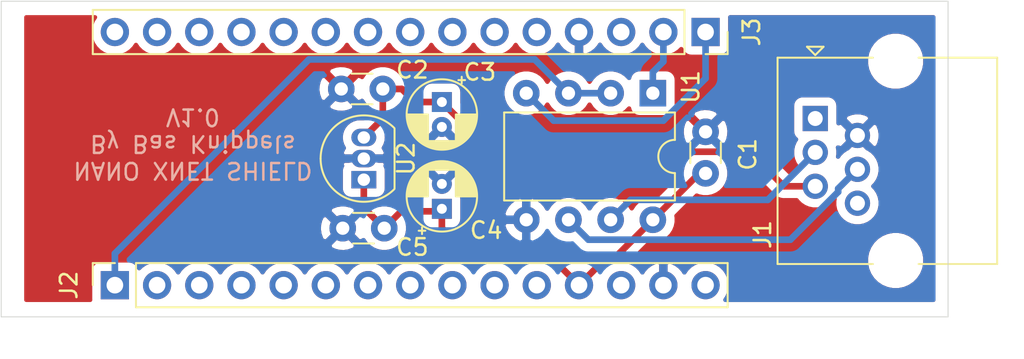
<source format=kicad_pcb>
(kicad_pcb (version 20171130) (host pcbnew "(5.1.6)-1")

  (general
    (thickness 1.6)
    (drawings 7)
    (tracks 43)
    (zones 0)
    (modules 10)
    (nets 9)
  )

  (page A4)
  (layers
    (0 F.Cu signal)
    (31 B.Cu signal)
    (32 B.Adhes user)
    (33 F.Adhes user)
    (34 B.Paste user)
    (35 F.Paste user)
    (36 B.SilkS user)
    (37 F.SilkS user)
    (38 B.Mask user)
    (39 F.Mask user)
    (40 Dwgs.User user)
    (41 Cmts.User user)
    (42 Eco1.User user)
    (43 Eco2.User user)
    (44 Edge.Cuts user)
    (45 Margin user)
    (46 B.CrtYd user)
    (47 F.CrtYd user hide)
    (48 B.Fab user)
    (49 F.Fab user hide)
  )

  (setup
    (last_trace_width 0.4)
    (user_trace_width 0.4)
    (trace_clearance 0.2)
    (zone_clearance 0.508)
    (zone_45_only no)
    (trace_min 0.2)
    (via_size 0.8)
    (via_drill 0.4)
    (via_min_size 0.4)
    (via_min_drill 0.3)
    (uvia_size 0.3)
    (uvia_drill 0.1)
    (uvias_allowed no)
    (uvia_min_size 0.2)
    (uvia_min_drill 0.1)
    (edge_width 0.05)
    (segment_width 0.2)
    (pcb_text_width 0.3)
    (pcb_text_size 1.5 1.5)
    (mod_edge_width 0.12)
    (mod_text_size 1 1)
    (mod_text_width 0.15)
    (pad_size 1.524 1.524)
    (pad_drill 0.762)
    (pad_to_mask_clearance 0.05)
    (aux_axis_origin 0 0)
    (visible_elements 7FFFFFFF)
    (pcbplotparams
      (layerselection 0x010fc_ffffffff)
      (usegerberextensions false)
      (usegerberattributes true)
      (usegerberadvancedattributes true)
      (creategerberjobfile true)
      (excludeedgelayer true)
      (linewidth 0.100000)
      (plotframeref false)
      (viasonmask false)
      (mode 1)
      (useauxorigin false)
      (hpglpennumber 1)
      (hpglpenspeed 20)
      (hpglpendiameter 15.000000)
      (psnegative false)
      (psa4output false)
      (plotreference true)
      (plotvalue true)
      (plotinvisibletext false)
      (padsonsilk false)
      (subtractmaskfromsilk false)
      (outputformat 1)
      (mirror false)
      (drillshape 0)
      (scaleselection 1)
      (outputdirectory ""))
  )

  (net 0 "")
  (net 1 GND)
  (net 2 +5V)
  (net 3 +12V)
  (net 4 /485dir)
  (net 5 /Rx)
  (net 6 /Tx)
  (net 7 "Net-(J1-Pad4)")
  (net 8 "Net-(J1-Pad3)")

  (net_class Default "This is the default net class."
    (clearance 0.2)
    (trace_width 0.25)
    (via_dia 0.8)
    (via_drill 0.4)
    (uvia_dia 0.3)
    (uvia_drill 0.1)
    (add_net +12V)
    (add_net +5V)
    (add_net /485dir)
    (add_net /Rx)
    (add_net /Tx)
    (add_net GND)
    (add_net "Net-(J1-Pad1)")
    (add_net "Net-(J1-Pad3)")
    (add_net "Net-(J1-Pad4)")
    (add_net "Net-(J1-Pad6)")
    (add_net "Net-(J2-Pad10)")
    (add_net "Net-(J2-Pad11)")
    (add_net "Net-(J2-Pad13)")
    (add_net "Net-(J2-Pad15)")
    (add_net "Net-(J2-Pad2)")
    (add_net "Net-(J2-Pad3)")
    (add_net "Net-(J2-Pad4)")
    (add_net "Net-(J2-Pad5)")
    (add_net "Net-(J2-Pad6)")
    (add_net "Net-(J2-Pad7)")
    (add_net "Net-(J2-Pad8)")
    (add_net "Net-(J2-Pad9)")
    (add_net "Net-(J3-Pad10)")
    (add_net "Net-(J3-Pad11)")
    (add_net "Net-(J3-Pad12)")
    (add_net "Net-(J3-Pad13)")
    (add_net "Net-(J3-Pad14)")
    (add_net "Net-(J3-Pad15)")
    (add_net "Net-(J3-Pad3)")
    (add_net "Net-(J3-Pad5)")
    (add_net "Net-(J3-Pad6)")
    (add_net "Net-(J3-Pad7)")
    (add_net "Net-(J3-Pad8)")
    (add_net "Net-(J3-Pad9)")
  )

  (module Capacitor_THT:C_Disc_D3.0mm_W1.6mm_P2.50mm (layer F.Cu) (tedit 5AE50EF0) (tstamp 61D28472)
    (at 96.901 94.361 90)
    (descr "C, Disc series, Radial, pin pitch=2.50mm, , diameter*width=3.0*1.6mm^2, Capacitor, http://www.vishay.com/docs/45233/krseries.pdf")
    (tags "C Disc series Radial pin pitch 2.50mm  diameter 3.0mm width 1.6mm Capacitor")
    (path /61D44D3E)
    (fp_text reference C1 (at 1.143 2.54 90) (layer F.SilkS)
      (effects (font (size 1 1) (thickness 0.15)))
    )
    (fp_text value C (at 1.25 2.05 90) (layer F.Fab)
      (effects (font (size 1 1) (thickness 0.15)))
    )
    (fp_text user %R (at 1.25 0 90) (layer F.Fab)
      (effects (font (size 0.6 0.6) (thickness 0.09)))
    )
    (fp_line (start -0.25 -0.8) (end -0.25 0.8) (layer F.Fab) (width 0.1))
    (fp_line (start -0.25 0.8) (end 2.75 0.8) (layer F.Fab) (width 0.1))
    (fp_line (start 2.75 0.8) (end 2.75 -0.8) (layer F.Fab) (width 0.1))
    (fp_line (start 2.75 -0.8) (end -0.25 -0.8) (layer F.Fab) (width 0.1))
    (fp_line (start 0.621 -0.92) (end 1.879 -0.92) (layer F.SilkS) (width 0.12))
    (fp_line (start 0.621 0.92) (end 1.879 0.92) (layer F.SilkS) (width 0.12))
    (fp_line (start -1.05 -1.05) (end -1.05 1.05) (layer F.CrtYd) (width 0.05))
    (fp_line (start -1.05 1.05) (end 3.55 1.05) (layer F.CrtYd) (width 0.05))
    (fp_line (start 3.55 1.05) (end 3.55 -1.05) (layer F.CrtYd) (width 0.05))
    (fp_line (start 3.55 -1.05) (end -1.05 -1.05) (layer F.CrtYd) (width 0.05))
    (pad 2 thru_hole circle (at 2.5 0 90) (size 1.6 1.6) (drill 0.8) (layers *.Cu *.Mask)
      (net 1 GND))
    (pad 1 thru_hole circle (at 0 0 90) (size 1.6 1.6) (drill 0.8) (layers *.Cu *.Mask)
      (net 2 +5V))
    (model ${KISYS3DMOD}/Capacitor_THT.3dshapes/C_Disc_D3.0mm_W1.6mm_P2.50mm.wrl
      (at (xyz 0 0 0))
      (scale (xyz 1 1 1))
      (rotate (xyz 0 0 0))
    )
  )

  (module Package_DIP:DIP-8_W7.62mm (layer F.Cu) (tedit 5A02E8C5) (tstamp 61D27B29)
    (at 93.726 89.535 270)
    (descr "8-lead though-hole mounted DIP package, row spacing 7.62 mm (300 mils)")
    (tags "THT DIP DIL PDIP 2.54mm 7.62mm 300mil")
    (path /61D2D14B)
    (fp_text reference U1 (at -0.381 -2.286 90) (layer F.SilkS)
      (effects (font (size 1 1) (thickness 0.15)))
    )
    (fp_text value MAX485E (at 3.81 9.95 90) (layer F.Fab)
      (effects (font (size 1 1) (thickness 0.15)))
    )
    (fp_text user %R (at 3.81 3.81 90) (layer F.Fab)
      (effects (font (size 1 1) (thickness 0.15)))
    )
    (fp_arc (start 3.81 -1.33) (end 2.81 -1.33) (angle -180) (layer F.SilkS) (width 0.12))
    (fp_line (start 1.635 -1.27) (end 6.985 -1.27) (layer F.Fab) (width 0.1))
    (fp_line (start 6.985 -1.27) (end 6.985 8.89) (layer F.Fab) (width 0.1))
    (fp_line (start 6.985 8.89) (end 0.635 8.89) (layer F.Fab) (width 0.1))
    (fp_line (start 0.635 8.89) (end 0.635 -0.27) (layer F.Fab) (width 0.1))
    (fp_line (start 0.635 -0.27) (end 1.635 -1.27) (layer F.Fab) (width 0.1))
    (fp_line (start 2.81 -1.33) (end 1.16 -1.33) (layer F.SilkS) (width 0.12))
    (fp_line (start 1.16 -1.33) (end 1.16 8.95) (layer F.SilkS) (width 0.12))
    (fp_line (start 1.16 8.95) (end 6.46 8.95) (layer F.SilkS) (width 0.12))
    (fp_line (start 6.46 8.95) (end 6.46 -1.33) (layer F.SilkS) (width 0.12))
    (fp_line (start 6.46 -1.33) (end 4.81 -1.33) (layer F.SilkS) (width 0.12))
    (fp_line (start -1.1 -1.55) (end -1.1 9.15) (layer F.CrtYd) (width 0.05))
    (fp_line (start -1.1 9.15) (end 8.7 9.15) (layer F.CrtYd) (width 0.05))
    (fp_line (start 8.7 9.15) (end 8.7 -1.55) (layer F.CrtYd) (width 0.05))
    (fp_line (start 8.7 -1.55) (end -1.1 -1.55) (layer F.CrtYd) (width 0.05))
    (pad 8 thru_hole oval (at 7.62 0 270) (size 1.6 1.6) (drill 0.8) (layers *.Cu *.Mask)
      (net 2 +5V))
    (pad 4 thru_hole oval (at 0 7.62 270) (size 1.6 1.6) (drill 0.8) (layers *.Cu *.Mask)
      (net 6 /Tx))
    (pad 7 thru_hole oval (at 7.62 2.54 270) (size 1.6 1.6) (drill 0.8) (layers *.Cu *.Mask)
      (net 8 "Net-(J1-Pad3)"))
    (pad 3 thru_hole oval (at 0 5.08 270) (size 1.6 1.6) (drill 0.8) (layers *.Cu *.Mask)
      (net 4 /485dir))
    (pad 6 thru_hole oval (at 7.62 5.08 270) (size 1.6 1.6) (drill 0.8) (layers *.Cu *.Mask)
      (net 7 "Net-(J1-Pad4)"))
    (pad 2 thru_hole oval (at 0 2.54 270) (size 1.6 1.6) (drill 0.8) (layers *.Cu *.Mask)
      (net 4 /485dir))
    (pad 5 thru_hole oval (at 7.62 7.62 270) (size 1.6 1.6) (drill 0.8) (layers *.Cu *.Mask)
      (net 1 GND))
    (pad 1 thru_hole rect (at 0 0 270) (size 1.6 1.6) (drill 0.8) (layers *.Cu *.Mask)
      (net 5 /Rx))
    (model ${KISYS3DMOD}/Package_DIP.3dshapes/DIP-8_W7.62mm.wrl
      (at (xyz 0 0 0))
      (scale (xyz 1 1 1))
      (rotate (xyz 0 0 0))
    )
  )

  (module Connector_RJ:RJ25_Wayconn_MJEA-660X1_Horizontal (layer F.Cu) (tedit 5DC188C6) (tstamp 61D27A85)
    (at 103.505 91.059 90)
    (descr "RJ25 6P6C Socket 90 degrees, https://wayconn.com/wp-content/themes/way/datasheet/MJEA-660X1XXX_RJ25_6P6C_PCB_RA.pdf")
    (tags "RJ12 RJ18 RJ25 jack connector 6P6C")
    (path /61D2BDCC)
    (fp_text reference J1 (at -6.985 -3.175 90) (layer F.SilkS)
      (effects (font (size 1 1) (thickness 0.15)))
    )
    (fp_text value RJ12 (at -2.55 12.315 90) (layer F.Fab)
      (effects (font (size 1 1) (thickness 0.15)))
    )
    (fp_text user %R (at -2.55 4.445 90) (layer F.Fab)
      (effects (font (size 1 1) (thickness 0.15)))
    )
    (fp_line (start -8.76 -2.27) (end -8.76 3.47) (layer F.SilkS) (width 0.12))
    (fp_line (start 3.66 -2.27) (end 3.66 3.47) (layer F.SilkS) (width 0.12))
    (fp_line (start -8.76 10.95) (end 3.66 10.95) (layer F.SilkS) (width 0.12))
    (fp_line (start -8.76 -2.27) (end 3.66 -2.27) (layer F.SilkS) (width 0.12))
    (fp_line (start -8.76 6.22) (end -8.76 10.95) (layer F.SilkS) (width 0.12))
    (fp_line (start 3.66 6.22) (end 3.66 10.95) (layer F.SilkS) (width 0.12))
    (fp_line (start -10.2 -2.66) (end 5.1 -2.66) (layer F.CrtYd) (width 0.05))
    (fp_line (start -10.2 -2.66) (end -10.2 11.34) (layer F.CrtYd) (width 0.05))
    (fp_line (start 5.1 11.34) (end 5.1 -2.66) (layer F.CrtYd) (width 0.05))
    (fp_line (start 5.1 11.34) (end -10.2 11.34) (layer F.CrtYd) (width 0.05))
    (fp_line (start -8.65 -2.16) (end -8.65 3.47) (layer F.Fab) (width 0.1))
    (fp_line (start -8.65 10.84) (end 3.55 10.84) (layer F.Fab) (width 0.1))
    (fp_line (start 3.55 6.22) (end 3.55 10.84) (layer F.Fab) (width 0.1))
    (fp_line (start -8.65 6.22) (end -8.65 10.84) (layer F.Fab) (width 0.1))
    (fp_line (start -8.65 -2.16) (end 3.55 -2.16) (layer F.Fab) (width 0.1))
    (fp_line (start 3.55 0.5) (end 3.55 3.47) (layer F.Fab) (width 0.1))
    (fp_line (start 3.55 -2.16) (end 3.55 -0.5) (layer F.Fab) (width 0.1))
    (fp_line (start 3.55 -0.5) (end 3.05 0) (layer F.Fab) (width 0.1))
    (fp_line (start 3.05 0) (end 3.55 0.5) (layer F.Fab) (width 0.1))
    (fp_line (start 3.82 0) (end 4.32 0.5) (layer F.SilkS) (width 0.12))
    (fp_line (start 4.32 -0.5) (end 3.82 0) (layer F.SilkS) (width 0.12))
    (fp_line (start 4.32 -0.5) (end 4.32 0.5) (layer F.SilkS) (width 0.12))
    (pad "" np_thru_hole circle (at -8.55 4.84 90) (size 2.3 2.3) (drill 2.3) (layers *.Cu *.Mask))
    (pad "" np_thru_hole circle (at 3.45 4.84 90) (size 2.3 2.3) (drill 2.3) (layers *.Cu *.Mask))
    (pad 6 thru_hole circle (at -5.1 2.54 90) (size 1.52 1.52) (drill 0.9) (layers *.Cu *.Mask))
    (pad 5 thru_hole circle (at -4.08 0 90) (size 1.52 1.52) (drill 0.9) (layers *.Cu *.Mask)
      (net 3 +12V))
    (pad 4 thru_hole circle (at -3.06 2.54 90) (size 1.52 1.52) (drill 0.9) (layers *.Cu *.Mask)
      (net 7 "Net-(J1-Pad4)"))
    (pad 3 thru_hole circle (at -2.04 0 90) (size 1.52 1.52) (drill 0.9) (layers *.Cu *.Mask)
      (net 8 "Net-(J1-Pad3)"))
    (pad 2 thru_hole circle (at -1.02 2.54 90) (size 1.52 1.52) (drill 0.9) (layers *.Cu *.Mask)
      (net 1 GND))
    (pad 1 thru_hole rect (at 0 0 90) (size 1.52 1.52) (drill 0.9) (layers *.Cu *.Mask))
    (model ${KISYS3DMOD}/Connector_RJ.3dshapes/RJ25_Wayconn_MJEA-660X1_Horizontal.wrl
      (at (xyz 0 0 0))
      (scale (xyz 1 1 1))
      (rotate (xyz 0 0 0))
    )
  )

  (module Connector_PinSocket_2.54mm:PinSocket_1x15_P2.54mm_Vertical (layer F.Cu) (tedit 5A19A41D) (tstamp 61CC3F93)
    (at 61.341 101.092 90)
    (descr "Through hole straight socket strip, 1x15, 2.54mm pitch, single row (from Kicad 4.0.7), script generated")
    (tags "Through hole socket strip THT 1x15 2.54mm single row")
    (path /61CF32B0)
    (fp_text reference J2 (at 0 -2.77 90) (layer F.SilkS)
      (effects (font (size 1 1) (thickness 0.15)))
    )
    (fp_text value nano2 (at 0 38.33 90) (layer F.Fab)
      (effects (font (size 1 1) (thickness 0.15)))
    )
    (fp_line (start -1.8 37.3) (end -1.8 -1.8) (layer F.CrtYd) (width 0.05))
    (fp_line (start 1.75 37.3) (end -1.8 37.3) (layer F.CrtYd) (width 0.05))
    (fp_line (start 1.75 -1.8) (end 1.75 37.3) (layer F.CrtYd) (width 0.05))
    (fp_line (start -1.8 -1.8) (end 1.75 -1.8) (layer F.CrtYd) (width 0.05))
    (fp_line (start 0 -1.33) (end 1.33 -1.33) (layer F.SilkS) (width 0.12))
    (fp_line (start 1.33 -1.33) (end 1.33 0) (layer F.SilkS) (width 0.12))
    (fp_line (start 1.33 1.27) (end 1.33 36.89) (layer F.SilkS) (width 0.12))
    (fp_line (start -1.33 36.89) (end 1.33 36.89) (layer F.SilkS) (width 0.12))
    (fp_line (start -1.33 1.27) (end -1.33 36.89) (layer F.SilkS) (width 0.12))
    (fp_line (start -1.33 1.27) (end 1.33 1.27) (layer F.SilkS) (width 0.12))
    (fp_line (start -1.27 36.83) (end -1.27 -1.27) (layer F.Fab) (width 0.1))
    (fp_line (start 1.27 36.83) (end -1.27 36.83) (layer F.Fab) (width 0.1))
    (fp_line (start 1.27 -0.635) (end 1.27 36.83) (layer F.Fab) (width 0.1))
    (fp_line (start 0.635 -1.27) (end 1.27 -0.635) (layer F.Fab) (width 0.1))
    (fp_line (start -1.27 -1.27) (end 0.635 -1.27) (layer F.Fab) (width 0.1))
    (fp_text user %R (at 0 17.78) (layer F.Fab)
      (effects (font (size 1 1) (thickness 0.15)))
    )
    (pad 1 thru_hole rect (at 0 0 90) (size 1.7 1.7) (drill 1) (layers *.Cu *.Mask)
      (net 4 /485dir))
    (pad 2 thru_hole oval (at 0 2.54 90) (size 1.7 1.7) (drill 1) (layers *.Cu *.Mask))
    (pad 3 thru_hole oval (at 0 5.08 90) (size 1.7 1.7) (drill 1) (layers *.Cu *.Mask))
    (pad 4 thru_hole oval (at 0 7.62 90) (size 1.7 1.7) (drill 1) (layers *.Cu *.Mask))
    (pad 5 thru_hole oval (at 0 10.16 90) (size 1.7 1.7) (drill 1) (layers *.Cu *.Mask))
    (pad 6 thru_hole oval (at 0 12.7 90) (size 1.7 1.7) (drill 1) (layers *.Cu *.Mask))
    (pad 7 thru_hole oval (at 0 15.24 90) (size 1.7 1.7) (drill 1) (layers *.Cu *.Mask))
    (pad 8 thru_hole oval (at 0 17.78 90) (size 1.7 1.7) (drill 1) (layers *.Cu *.Mask))
    (pad 9 thru_hole oval (at 0 20.32 90) (size 1.7 1.7) (drill 1) (layers *.Cu *.Mask))
    (pad 10 thru_hole oval (at 0 22.86 90) (size 1.7 1.7) (drill 1) (layers *.Cu *.Mask))
    (pad 11 thru_hole oval (at 0 25.4 90) (size 1.7 1.7) (drill 1) (layers *.Cu *.Mask))
    (pad 12 thru_hole oval (at 0 27.94 90) (size 1.7 1.7) (drill 1) (layers *.Cu *.Mask)
      (net 2 +5V))
    (pad 13 thru_hole oval (at 0 30.48 90) (size 1.7 1.7) (drill 1) (layers *.Cu *.Mask))
    (pad 14 thru_hole oval (at 0 33.02 90) (size 1.7 1.7) (drill 1) (layers *.Cu *.Mask)
      (net 1 GND))
    (pad 15 thru_hole oval (at 0 35.56 90) (size 1.7 1.7) (drill 1) (layers *.Cu *.Mask))
    (model ${KISYS3DMOD}/Connector_PinSocket_2.54mm.3dshapes/PinSocket_1x15_P2.54mm_Vertical.wrl
      (at (xyz 0 0 0))
      (scale (xyz 1 1 1))
      (rotate (xyz 0 0 0))
    )
  )

  (module Connector_PinSocket_2.54mm:PinSocket_1x15_P2.54mm_Vertical (layer F.Cu) (tedit 5A19A41D) (tstamp 61CC2EAA)
    (at 96.901 85.852 270)
    (descr "Through hole straight socket strip, 1x15, 2.54mm pitch, single row (from Kicad 4.0.7), script generated")
    (tags "Through hole socket strip THT 1x15 2.54mm single row")
    (path /61D11CC1)
    (fp_text reference J3 (at 0 -2.77 90) (layer F.SilkS)
      (effects (font (size 1 1) (thickness 0.15)))
    )
    (fp_text value nano1 (at 0 38.33 90) (layer F.Fab)
      (effects (font (size 1 1) (thickness 0.15)))
    )
    (fp_line (start -1.8 37.3) (end -1.8 -1.8) (layer F.CrtYd) (width 0.05))
    (fp_line (start 1.75 37.3) (end -1.8 37.3) (layer F.CrtYd) (width 0.05))
    (fp_line (start 1.75 -1.8) (end 1.75 37.3) (layer F.CrtYd) (width 0.05))
    (fp_line (start -1.8 -1.8) (end 1.75 -1.8) (layer F.CrtYd) (width 0.05))
    (fp_line (start 0 -1.33) (end 1.33 -1.33) (layer F.SilkS) (width 0.12))
    (fp_line (start 1.33 -1.33) (end 1.33 0) (layer F.SilkS) (width 0.12))
    (fp_line (start 1.33 1.27) (end 1.33 36.89) (layer F.SilkS) (width 0.12))
    (fp_line (start -1.33 36.89) (end 1.33 36.89) (layer F.SilkS) (width 0.12))
    (fp_line (start -1.33 1.27) (end -1.33 36.89) (layer F.SilkS) (width 0.12))
    (fp_line (start -1.33 1.27) (end 1.33 1.27) (layer F.SilkS) (width 0.12))
    (fp_line (start -1.27 36.83) (end -1.27 -1.27) (layer F.Fab) (width 0.1))
    (fp_line (start 1.27 36.83) (end -1.27 36.83) (layer F.Fab) (width 0.1))
    (fp_line (start 1.27 -0.635) (end 1.27 36.83) (layer F.Fab) (width 0.1))
    (fp_line (start 0.635 -1.27) (end 1.27 -0.635) (layer F.Fab) (width 0.1))
    (fp_line (start -1.27 -1.27) (end 0.635 -1.27) (layer F.Fab) (width 0.1))
    (fp_text user %R (at 0 17.78) (layer F.Fab)
      (effects (font (size 1 1) (thickness 0.15)))
    )
    (pad 15 thru_hole oval (at 0 35.56 270) (size 1.7 1.7) (drill 1) (layers *.Cu *.Mask))
    (pad 14 thru_hole oval (at 0 33.02 270) (size 1.7 1.7) (drill 1) (layers *.Cu *.Mask))
    (pad 13 thru_hole oval (at 0 30.48 270) (size 1.7 1.7) (drill 1) (layers *.Cu *.Mask))
    (pad 12 thru_hole oval (at 0 27.94 270) (size 1.7 1.7) (drill 1) (layers *.Cu *.Mask))
    (pad 11 thru_hole oval (at 0 25.4 270) (size 1.7 1.7) (drill 1) (layers *.Cu *.Mask))
    (pad 10 thru_hole oval (at 0 22.86 270) (size 1.7 1.7) (drill 1) (layers *.Cu *.Mask))
    (pad 9 thru_hole oval (at 0 20.32 270) (size 1.7 1.7) (drill 1) (layers *.Cu *.Mask))
    (pad 8 thru_hole oval (at 0 17.78 270) (size 1.7 1.7) (drill 1) (layers *.Cu *.Mask))
    (pad 7 thru_hole oval (at 0 15.24 270) (size 1.7 1.7) (drill 1) (layers *.Cu *.Mask))
    (pad 6 thru_hole oval (at 0 12.7 270) (size 1.7 1.7) (drill 1) (layers *.Cu *.Mask))
    (pad 5 thru_hole oval (at 0 10.16 270) (size 1.7 1.7) (drill 1) (layers *.Cu *.Mask))
    (pad 4 thru_hole oval (at 0 7.62 270) (size 1.7 1.7) (drill 1) (layers *.Cu *.Mask)
      (net 1 GND))
    (pad 3 thru_hole oval (at 0 5.08 270) (size 1.7 1.7) (drill 1) (layers *.Cu *.Mask))
    (pad 2 thru_hole oval (at 0 2.54 270) (size 1.7 1.7) (drill 1) (layers *.Cu *.Mask)
      (net 5 /Rx))
    (pad 1 thru_hole rect (at 0 0 270) (size 1.7 1.7) (drill 1) (layers *.Cu *.Mask)
      (net 6 /Tx))
    (model ${KISYS3DMOD}/Connector_PinSocket_2.54mm.3dshapes/PinSocket_1x15_P2.54mm_Vertical.wrl
      (at (xyz 0 0 0))
      (scale (xyz 1 1 1))
      (rotate (xyz 0 0 0))
    )
  )

  (module Package_TO_SOT_THT:TO-92_Inline (layer F.Cu) (tedit 5A1DD157) (tstamp 61CBCD32)
    (at 76.327 94.742 90)
    (descr "TO-92 leads in-line, narrow, oval pads, drill 0.75mm (see NXP sot054_po.pdf)")
    (tags "to-92 sc-43 sc-43a sot54 PA33 transistor")
    (path /61CBCEA2)
    (fp_text reference U2 (at 1.27 2.54 270) (layer F.SilkS)
      (effects (font (size 1 1) (thickness 0.15)))
    )
    (fp_text value L78L05_TO92 (at 1.27 2.79 90) (layer F.Fab)
      (effects (font (size 1 1) (thickness 0.15)))
    )
    (fp_line (start 4 2.01) (end -1.46 2.01) (layer F.CrtYd) (width 0.05))
    (fp_line (start 4 2.01) (end 4 -2.73) (layer F.CrtYd) (width 0.05))
    (fp_line (start -1.46 -2.73) (end -1.46 2.01) (layer F.CrtYd) (width 0.05))
    (fp_line (start -1.46 -2.73) (end 4 -2.73) (layer F.CrtYd) (width 0.05))
    (fp_line (start -0.5 1.75) (end 3 1.75) (layer F.Fab) (width 0.1))
    (fp_line (start -0.53 1.85) (end 3.07 1.85) (layer F.SilkS) (width 0.12))
    (fp_arc (start 1.27 0) (end 1.27 -2.6) (angle 135) (layer F.SilkS) (width 0.12))
    (fp_arc (start 1.27 0) (end 1.27 -2.48) (angle -135) (layer F.Fab) (width 0.1))
    (fp_arc (start 1.27 0) (end 1.27 -2.6) (angle -135) (layer F.SilkS) (width 0.12))
    (fp_arc (start 1.27 0) (end 1.27 -2.48) (angle 135) (layer F.Fab) (width 0.1))
    (fp_text user %R (at 1.27 -3.56 90) (layer F.Fab)
      (effects (font (size 1 1) (thickness 0.15)))
    )
    (pad 1 thru_hole rect (at 0 0 90) (size 1.05 1.5) (drill 0.75) (layers *.Cu *.Mask)
      (net 2 +5V))
    (pad 3 thru_hole oval (at 2.54 0 90) (size 1.05 1.5) (drill 0.75) (layers *.Cu *.Mask)
      (net 3 +12V))
    (pad 2 thru_hole oval (at 1.27 0 90) (size 1.05 1.5) (drill 0.75) (layers *.Cu *.Mask)
      (net 1 GND))
    (model ${KISYS3DMOD}/Package_TO_SOT_THT.3dshapes/TO-92_Inline.wrl
      (at (xyz 0 0 0))
      (scale (xyz 1 1 1))
      (rotate (xyz 0 0 0))
    )
  )

  (module Capacitor_THT:C_Disc_D3.0mm_W1.6mm_P2.50mm (layer F.Cu) (tedit 5AE50EF0) (tstamp 61CBCC90)
    (at 77.557 97.663 180)
    (descr "C, Disc series, Radial, pin pitch=2.50mm, , diameter*width=3.0*1.6mm^2, Capacitor, http://www.vishay.com/docs/45233/krseries.pdf")
    (tags "C Disc series Radial pin pitch 2.50mm  diameter 3.0mm width 1.6mm Capacitor")
    (path /61CBE0B1)
    (fp_text reference C5 (at -1.691 -1.143) (layer F.SilkS)
      (effects (font (size 1 1) (thickness 0.15)))
    )
    (fp_text value C (at 1.25 2.05) (layer F.Fab)
      (effects (font (size 1 1) (thickness 0.15)))
    )
    (fp_line (start 3.55 -1.05) (end -1.05 -1.05) (layer F.CrtYd) (width 0.05))
    (fp_line (start 3.55 1.05) (end 3.55 -1.05) (layer F.CrtYd) (width 0.05))
    (fp_line (start -1.05 1.05) (end 3.55 1.05) (layer F.CrtYd) (width 0.05))
    (fp_line (start -1.05 -1.05) (end -1.05 1.05) (layer F.CrtYd) (width 0.05))
    (fp_line (start 0.621 0.92) (end 1.879 0.92) (layer F.SilkS) (width 0.12))
    (fp_line (start 0.621 -0.92) (end 1.879 -0.92) (layer F.SilkS) (width 0.12))
    (fp_line (start 2.75 -0.8) (end -0.25 -0.8) (layer F.Fab) (width 0.1))
    (fp_line (start 2.75 0.8) (end 2.75 -0.8) (layer F.Fab) (width 0.1))
    (fp_line (start -0.25 0.8) (end 2.75 0.8) (layer F.Fab) (width 0.1))
    (fp_line (start -0.25 -0.8) (end -0.25 0.8) (layer F.Fab) (width 0.1))
    (fp_text user %R (at 1.25 0) (layer F.Fab)
      (effects (font (size 0.6 0.6) (thickness 0.09)))
    )
    (pad 2 thru_hole circle (at 2.5 0 180) (size 1.6 1.6) (drill 0.8) (layers *.Cu *.Mask)
      (net 1 GND))
    (pad 1 thru_hole circle (at 0 0 180) (size 1.6 1.6) (drill 0.8) (layers *.Cu *.Mask)
      (net 2 +5V))
    (model ${KISYS3DMOD}/Capacitor_THT.3dshapes/C_Disc_D3.0mm_W1.6mm_P2.50mm.wrl
      (at (xyz 0 0 0))
      (scale (xyz 1 1 1))
      (rotate (xyz 0 0 0))
    )
  )

  (module Capacitor_THT:CP_Radial_D4.0mm_P1.50mm (layer F.Cu) (tedit 5AE50EF0) (tstamp 61CBCC7F)
    (at 81.026 96.496 90)
    (descr "CP, Radial series, Radial, pin pitch=1.50mm, , diameter=4mm, Electrolytic Capacitor")
    (tags "CP Radial series Radial pin pitch 1.50mm  diameter 4mm Electrolytic Capacitor")
    (path /61CBDB60)
    (fp_text reference C4 (at -1.294 2.667 180) (layer F.SilkS)
      (effects (font (size 1 1) (thickness 0.15)))
    )
    (fp_text value CP (at 0.75 3.25 90) (layer F.Fab)
      (effects (font (size 1 1) (thickness 0.15)))
    )
    (fp_line (start -1.319801 -1.395) (end -1.319801 -0.995) (layer F.SilkS) (width 0.12))
    (fp_line (start -1.519801 -1.195) (end -1.119801 -1.195) (layer F.SilkS) (width 0.12))
    (fp_line (start 2.831 -0.37) (end 2.831 0.37) (layer F.SilkS) (width 0.12))
    (fp_line (start 2.791 -0.537) (end 2.791 0.537) (layer F.SilkS) (width 0.12))
    (fp_line (start 2.751 -0.664) (end 2.751 0.664) (layer F.SilkS) (width 0.12))
    (fp_line (start 2.711 -0.768) (end 2.711 0.768) (layer F.SilkS) (width 0.12))
    (fp_line (start 2.671 -0.859) (end 2.671 0.859) (layer F.SilkS) (width 0.12))
    (fp_line (start 2.631 -0.94) (end 2.631 0.94) (layer F.SilkS) (width 0.12))
    (fp_line (start 2.591 -1.013) (end 2.591 1.013) (layer F.SilkS) (width 0.12))
    (fp_line (start 2.551 -1.08) (end 2.551 1.08) (layer F.SilkS) (width 0.12))
    (fp_line (start 2.511 -1.142) (end 2.511 1.142) (layer F.SilkS) (width 0.12))
    (fp_line (start 2.471 -1.2) (end 2.471 1.2) (layer F.SilkS) (width 0.12))
    (fp_line (start 2.431 -1.254) (end 2.431 1.254) (layer F.SilkS) (width 0.12))
    (fp_line (start 2.391 -1.304) (end 2.391 1.304) (layer F.SilkS) (width 0.12))
    (fp_line (start 2.351 -1.351) (end 2.351 1.351) (layer F.SilkS) (width 0.12))
    (fp_line (start 2.311 0.84) (end 2.311 1.396) (layer F.SilkS) (width 0.12))
    (fp_line (start 2.311 -1.396) (end 2.311 -0.84) (layer F.SilkS) (width 0.12))
    (fp_line (start 2.271 0.84) (end 2.271 1.438) (layer F.SilkS) (width 0.12))
    (fp_line (start 2.271 -1.438) (end 2.271 -0.84) (layer F.SilkS) (width 0.12))
    (fp_line (start 2.231 0.84) (end 2.231 1.478) (layer F.SilkS) (width 0.12))
    (fp_line (start 2.231 -1.478) (end 2.231 -0.84) (layer F.SilkS) (width 0.12))
    (fp_line (start 2.191 0.84) (end 2.191 1.516) (layer F.SilkS) (width 0.12))
    (fp_line (start 2.191 -1.516) (end 2.191 -0.84) (layer F.SilkS) (width 0.12))
    (fp_line (start 2.151 0.84) (end 2.151 1.552) (layer F.SilkS) (width 0.12))
    (fp_line (start 2.151 -1.552) (end 2.151 -0.84) (layer F.SilkS) (width 0.12))
    (fp_line (start 2.111 0.84) (end 2.111 1.587) (layer F.SilkS) (width 0.12))
    (fp_line (start 2.111 -1.587) (end 2.111 -0.84) (layer F.SilkS) (width 0.12))
    (fp_line (start 2.071 0.84) (end 2.071 1.619) (layer F.SilkS) (width 0.12))
    (fp_line (start 2.071 -1.619) (end 2.071 -0.84) (layer F.SilkS) (width 0.12))
    (fp_line (start 2.031 0.84) (end 2.031 1.65) (layer F.SilkS) (width 0.12))
    (fp_line (start 2.031 -1.65) (end 2.031 -0.84) (layer F.SilkS) (width 0.12))
    (fp_line (start 1.991 0.84) (end 1.991 1.68) (layer F.SilkS) (width 0.12))
    (fp_line (start 1.991 -1.68) (end 1.991 -0.84) (layer F.SilkS) (width 0.12))
    (fp_line (start 1.951 0.84) (end 1.951 1.708) (layer F.SilkS) (width 0.12))
    (fp_line (start 1.951 -1.708) (end 1.951 -0.84) (layer F.SilkS) (width 0.12))
    (fp_line (start 1.911 0.84) (end 1.911 1.735) (layer F.SilkS) (width 0.12))
    (fp_line (start 1.911 -1.735) (end 1.911 -0.84) (layer F.SilkS) (width 0.12))
    (fp_line (start 1.871 0.84) (end 1.871 1.76) (layer F.SilkS) (width 0.12))
    (fp_line (start 1.871 -1.76) (end 1.871 -0.84) (layer F.SilkS) (width 0.12))
    (fp_line (start 1.831 0.84) (end 1.831 1.785) (layer F.SilkS) (width 0.12))
    (fp_line (start 1.831 -1.785) (end 1.831 -0.84) (layer F.SilkS) (width 0.12))
    (fp_line (start 1.791 0.84) (end 1.791 1.808) (layer F.SilkS) (width 0.12))
    (fp_line (start 1.791 -1.808) (end 1.791 -0.84) (layer F.SilkS) (width 0.12))
    (fp_line (start 1.751 0.84) (end 1.751 1.83) (layer F.SilkS) (width 0.12))
    (fp_line (start 1.751 -1.83) (end 1.751 -0.84) (layer F.SilkS) (width 0.12))
    (fp_line (start 1.711 0.84) (end 1.711 1.851) (layer F.SilkS) (width 0.12))
    (fp_line (start 1.711 -1.851) (end 1.711 -0.84) (layer F.SilkS) (width 0.12))
    (fp_line (start 1.671 0.84) (end 1.671 1.87) (layer F.SilkS) (width 0.12))
    (fp_line (start 1.671 -1.87) (end 1.671 -0.84) (layer F.SilkS) (width 0.12))
    (fp_line (start 1.631 0.84) (end 1.631 1.889) (layer F.SilkS) (width 0.12))
    (fp_line (start 1.631 -1.889) (end 1.631 -0.84) (layer F.SilkS) (width 0.12))
    (fp_line (start 1.591 0.84) (end 1.591 1.907) (layer F.SilkS) (width 0.12))
    (fp_line (start 1.591 -1.907) (end 1.591 -0.84) (layer F.SilkS) (width 0.12))
    (fp_line (start 1.551 0.84) (end 1.551 1.924) (layer F.SilkS) (width 0.12))
    (fp_line (start 1.551 -1.924) (end 1.551 -0.84) (layer F.SilkS) (width 0.12))
    (fp_line (start 1.511 0.84) (end 1.511 1.94) (layer F.SilkS) (width 0.12))
    (fp_line (start 1.511 -1.94) (end 1.511 -0.84) (layer F.SilkS) (width 0.12))
    (fp_line (start 1.471 0.84) (end 1.471 1.954) (layer F.SilkS) (width 0.12))
    (fp_line (start 1.471 -1.954) (end 1.471 -0.84) (layer F.SilkS) (width 0.12))
    (fp_line (start 1.43 0.84) (end 1.43 1.968) (layer F.SilkS) (width 0.12))
    (fp_line (start 1.43 -1.968) (end 1.43 -0.84) (layer F.SilkS) (width 0.12))
    (fp_line (start 1.39 0.84) (end 1.39 1.982) (layer F.SilkS) (width 0.12))
    (fp_line (start 1.39 -1.982) (end 1.39 -0.84) (layer F.SilkS) (width 0.12))
    (fp_line (start 1.35 0.84) (end 1.35 1.994) (layer F.SilkS) (width 0.12))
    (fp_line (start 1.35 -1.994) (end 1.35 -0.84) (layer F.SilkS) (width 0.12))
    (fp_line (start 1.31 0.84) (end 1.31 2.005) (layer F.SilkS) (width 0.12))
    (fp_line (start 1.31 -2.005) (end 1.31 -0.84) (layer F.SilkS) (width 0.12))
    (fp_line (start 1.27 0.84) (end 1.27 2.016) (layer F.SilkS) (width 0.12))
    (fp_line (start 1.27 -2.016) (end 1.27 -0.84) (layer F.SilkS) (width 0.12))
    (fp_line (start 1.23 0.84) (end 1.23 2.025) (layer F.SilkS) (width 0.12))
    (fp_line (start 1.23 -2.025) (end 1.23 -0.84) (layer F.SilkS) (width 0.12))
    (fp_line (start 1.19 0.84) (end 1.19 2.034) (layer F.SilkS) (width 0.12))
    (fp_line (start 1.19 -2.034) (end 1.19 -0.84) (layer F.SilkS) (width 0.12))
    (fp_line (start 1.15 0.84) (end 1.15 2.042) (layer F.SilkS) (width 0.12))
    (fp_line (start 1.15 -2.042) (end 1.15 -0.84) (layer F.SilkS) (width 0.12))
    (fp_line (start 1.11 0.84) (end 1.11 2.05) (layer F.SilkS) (width 0.12))
    (fp_line (start 1.11 -2.05) (end 1.11 -0.84) (layer F.SilkS) (width 0.12))
    (fp_line (start 1.07 0.84) (end 1.07 2.056) (layer F.SilkS) (width 0.12))
    (fp_line (start 1.07 -2.056) (end 1.07 -0.84) (layer F.SilkS) (width 0.12))
    (fp_line (start 1.03 0.84) (end 1.03 2.062) (layer F.SilkS) (width 0.12))
    (fp_line (start 1.03 -2.062) (end 1.03 -0.84) (layer F.SilkS) (width 0.12))
    (fp_line (start 0.99 0.84) (end 0.99 2.067) (layer F.SilkS) (width 0.12))
    (fp_line (start 0.99 -2.067) (end 0.99 -0.84) (layer F.SilkS) (width 0.12))
    (fp_line (start 0.95 0.84) (end 0.95 2.071) (layer F.SilkS) (width 0.12))
    (fp_line (start 0.95 -2.071) (end 0.95 -0.84) (layer F.SilkS) (width 0.12))
    (fp_line (start 0.91 0.84) (end 0.91 2.074) (layer F.SilkS) (width 0.12))
    (fp_line (start 0.91 -2.074) (end 0.91 -0.84) (layer F.SilkS) (width 0.12))
    (fp_line (start 0.87 0.84) (end 0.87 2.077) (layer F.SilkS) (width 0.12))
    (fp_line (start 0.87 -2.077) (end 0.87 -0.84) (layer F.SilkS) (width 0.12))
    (fp_line (start 0.83 -2.079) (end 0.83 -0.84) (layer F.SilkS) (width 0.12))
    (fp_line (start 0.83 0.84) (end 0.83 2.079) (layer F.SilkS) (width 0.12))
    (fp_line (start 0.79 -2.08) (end 0.79 -0.84) (layer F.SilkS) (width 0.12))
    (fp_line (start 0.79 0.84) (end 0.79 2.08) (layer F.SilkS) (width 0.12))
    (fp_line (start 0.75 -2.08) (end 0.75 -0.84) (layer F.SilkS) (width 0.12))
    (fp_line (start 0.75 0.84) (end 0.75 2.08) (layer F.SilkS) (width 0.12))
    (fp_line (start -0.752554 -1.0675) (end -0.752554 -0.6675) (layer F.Fab) (width 0.1))
    (fp_line (start -0.952554 -0.8675) (end -0.552554 -0.8675) (layer F.Fab) (width 0.1))
    (fp_circle (center 0.75 0) (end 3 0) (layer F.CrtYd) (width 0.05))
    (fp_circle (center 0.75 0) (end 2.87 0) (layer F.SilkS) (width 0.12))
    (fp_circle (center 0.75 0) (end 2.75 0) (layer F.Fab) (width 0.1))
    (fp_text user %R (at 0.75 0 90) (layer F.Fab)
      (effects (font (size 0.8 0.8) (thickness 0.12)))
    )
    (pad 2 thru_hole circle (at 1.5 0 90) (size 1.2 1.2) (drill 0.6) (layers *.Cu *.Mask)
      (net 1 GND))
    (pad 1 thru_hole rect (at 0 0 90) (size 1.2 1.2) (drill 0.6) (layers *.Cu *.Mask)
      (net 2 +5V))
    (model ${KISYS3DMOD}/Capacitor_THT.3dshapes/CP_Radial_D4.0mm_P1.50mm.wrl
      (at (xyz 0 0 0))
      (scale (xyz 1 1 1))
      (rotate (xyz 0 0 0))
    )
  )

  (module Capacitor_THT:CP_Radial_D4.0mm_P1.50mm (layer F.Cu) (tedit 5AE50EF0) (tstamp 61CBCC14)
    (at 81.026 90.067 270)
    (descr "CP, Radial series, Radial, pin pitch=1.50mm, , diameter=4mm, Electrolytic Capacitor")
    (tags "CP Radial series Radial pin pitch 1.50mm  diameter 4mm Electrolytic Capacitor")
    (path /61CBD6C2)
    (fp_text reference C3 (at -1.802 -2.286 180) (layer F.SilkS)
      (effects (font (size 1 1) (thickness 0.15)))
    )
    (fp_text value CP (at 0.75 3.25 90) (layer F.Fab)
      (effects (font (size 1 1) (thickness 0.15)))
    )
    (fp_line (start -1.319801 -1.395) (end -1.319801 -0.995) (layer F.SilkS) (width 0.12))
    (fp_line (start -1.519801 -1.195) (end -1.119801 -1.195) (layer F.SilkS) (width 0.12))
    (fp_line (start 2.831 -0.37) (end 2.831 0.37) (layer F.SilkS) (width 0.12))
    (fp_line (start 2.791 -0.537) (end 2.791 0.537) (layer F.SilkS) (width 0.12))
    (fp_line (start 2.751 -0.664) (end 2.751 0.664) (layer F.SilkS) (width 0.12))
    (fp_line (start 2.711 -0.768) (end 2.711 0.768) (layer F.SilkS) (width 0.12))
    (fp_line (start 2.671 -0.859) (end 2.671 0.859) (layer F.SilkS) (width 0.12))
    (fp_line (start 2.631 -0.94) (end 2.631 0.94) (layer F.SilkS) (width 0.12))
    (fp_line (start 2.591 -1.013) (end 2.591 1.013) (layer F.SilkS) (width 0.12))
    (fp_line (start 2.551 -1.08) (end 2.551 1.08) (layer F.SilkS) (width 0.12))
    (fp_line (start 2.511 -1.142) (end 2.511 1.142) (layer F.SilkS) (width 0.12))
    (fp_line (start 2.471 -1.2) (end 2.471 1.2) (layer F.SilkS) (width 0.12))
    (fp_line (start 2.431 -1.254) (end 2.431 1.254) (layer F.SilkS) (width 0.12))
    (fp_line (start 2.391 -1.304) (end 2.391 1.304) (layer F.SilkS) (width 0.12))
    (fp_line (start 2.351 -1.351) (end 2.351 1.351) (layer F.SilkS) (width 0.12))
    (fp_line (start 2.311 0.84) (end 2.311 1.396) (layer F.SilkS) (width 0.12))
    (fp_line (start 2.311 -1.396) (end 2.311 -0.84) (layer F.SilkS) (width 0.12))
    (fp_line (start 2.271 0.84) (end 2.271 1.438) (layer F.SilkS) (width 0.12))
    (fp_line (start 2.271 -1.438) (end 2.271 -0.84) (layer F.SilkS) (width 0.12))
    (fp_line (start 2.231 0.84) (end 2.231 1.478) (layer F.SilkS) (width 0.12))
    (fp_line (start 2.231 -1.478) (end 2.231 -0.84) (layer F.SilkS) (width 0.12))
    (fp_line (start 2.191 0.84) (end 2.191 1.516) (layer F.SilkS) (width 0.12))
    (fp_line (start 2.191 -1.516) (end 2.191 -0.84) (layer F.SilkS) (width 0.12))
    (fp_line (start 2.151 0.84) (end 2.151 1.552) (layer F.SilkS) (width 0.12))
    (fp_line (start 2.151 -1.552) (end 2.151 -0.84) (layer F.SilkS) (width 0.12))
    (fp_line (start 2.111 0.84) (end 2.111 1.587) (layer F.SilkS) (width 0.12))
    (fp_line (start 2.111 -1.587) (end 2.111 -0.84) (layer F.SilkS) (width 0.12))
    (fp_line (start 2.071 0.84) (end 2.071 1.619) (layer F.SilkS) (width 0.12))
    (fp_line (start 2.071 -1.619) (end 2.071 -0.84) (layer F.SilkS) (width 0.12))
    (fp_line (start 2.031 0.84) (end 2.031 1.65) (layer F.SilkS) (width 0.12))
    (fp_line (start 2.031 -1.65) (end 2.031 -0.84) (layer F.SilkS) (width 0.12))
    (fp_line (start 1.991 0.84) (end 1.991 1.68) (layer F.SilkS) (width 0.12))
    (fp_line (start 1.991 -1.68) (end 1.991 -0.84) (layer F.SilkS) (width 0.12))
    (fp_line (start 1.951 0.84) (end 1.951 1.708) (layer F.SilkS) (width 0.12))
    (fp_line (start 1.951 -1.708) (end 1.951 -0.84) (layer F.SilkS) (width 0.12))
    (fp_line (start 1.911 0.84) (end 1.911 1.735) (layer F.SilkS) (width 0.12))
    (fp_line (start 1.911 -1.735) (end 1.911 -0.84) (layer F.SilkS) (width 0.12))
    (fp_line (start 1.871 0.84) (end 1.871 1.76) (layer F.SilkS) (width 0.12))
    (fp_line (start 1.871 -1.76) (end 1.871 -0.84) (layer F.SilkS) (width 0.12))
    (fp_line (start 1.831 0.84) (end 1.831 1.785) (layer F.SilkS) (width 0.12))
    (fp_line (start 1.831 -1.785) (end 1.831 -0.84) (layer F.SilkS) (width 0.12))
    (fp_line (start 1.791 0.84) (end 1.791 1.808) (layer F.SilkS) (width 0.12))
    (fp_line (start 1.791 -1.808) (end 1.791 -0.84) (layer F.SilkS) (width 0.12))
    (fp_line (start 1.751 0.84) (end 1.751 1.83) (layer F.SilkS) (width 0.12))
    (fp_line (start 1.751 -1.83) (end 1.751 -0.84) (layer F.SilkS) (width 0.12))
    (fp_line (start 1.711 0.84) (end 1.711 1.851) (layer F.SilkS) (width 0.12))
    (fp_line (start 1.711 -1.851) (end 1.711 -0.84) (layer F.SilkS) (width 0.12))
    (fp_line (start 1.671 0.84) (end 1.671 1.87) (layer F.SilkS) (width 0.12))
    (fp_line (start 1.671 -1.87) (end 1.671 -0.84) (layer F.SilkS) (width 0.12))
    (fp_line (start 1.631 0.84) (end 1.631 1.889) (layer F.SilkS) (width 0.12))
    (fp_line (start 1.631 -1.889) (end 1.631 -0.84) (layer F.SilkS) (width 0.12))
    (fp_line (start 1.591 0.84) (end 1.591 1.907) (layer F.SilkS) (width 0.12))
    (fp_line (start 1.591 -1.907) (end 1.591 -0.84) (layer F.SilkS) (width 0.12))
    (fp_line (start 1.551 0.84) (end 1.551 1.924) (layer F.SilkS) (width 0.12))
    (fp_line (start 1.551 -1.924) (end 1.551 -0.84) (layer F.SilkS) (width 0.12))
    (fp_line (start 1.511 0.84) (end 1.511 1.94) (layer F.SilkS) (width 0.12))
    (fp_line (start 1.511 -1.94) (end 1.511 -0.84) (layer F.SilkS) (width 0.12))
    (fp_line (start 1.471 0.84) (end 1.471 1.954) (layer F.SilkS) (width 0.12))
    (fp_line (start 1.471 -1.954) (end 1.471 -0.84) (layer F.SilkS) (width 0.12))
    (fp_line (start 1.43 0.84) (end 1.43 1.968) (layer F.SilkS) (width 0.12))
    (fp_line (start 1.43 -1.968) (end 1.43 -0.84) (layer F.SilkS) (width 0.12))
    (fp_line (start 1.39 0.84) (end 1.39 1.982) (layer F.SilkS) (width 0.12))
    (fp_line (start 1.39 -1.982) (end 1.39 -0.84) (layer F.SilkS) (width 0.12))
    (fp_line (start 1.35 0.84) (end 1.35 1.994) (layer F.SilkS) (width 0.12))
    (fp_line (start 1.35 -1.994) (end 1.35 -0.84) (layer F.SilkS) (width 0.12))
    (fp_line (start 1.31 0.84) (end 1.31 2.005) (layer F.SilkS) (width 0.12))
    (fp_line (start 1.31 -2.005) (end 1.31 -0.84) (layer F.SilkS) (width 0.12))
    (fp_line (start 1.27 0.84) (end 1.27 2.016) (layer F.SilkS) (width 0.12))
    (fp_line (start 1.27 -2.016) (end 1.27 -0.84) (layer F.SilkS) (width 0.12))
    (fp_line (start 1.23 0.84) (end 1.23 2.025) (layer F.SilkS) (width 0.12))
    (fp_line (start 1.23 -2.025) (end 1.23 -0.84) (layer F.SilkS) (width 0.12))
    (fp_line (start 1.19 0.84) (end 1.19 2.034) (layer F.SilkS) (width 0.12))
    (fp_line (start 1.19 -2.034) (end 1.19 -0.84) (layer F.SilkS) (width 0.12))
    (fp_line (start 1.15 0.84) (end 1.15 2.042) (layer F.SilkS) (width 0.12))
    (fp_line (start 1.15 -2.042) (end 1.15 -0.84) (layer F.SilkS) (width 0.12))
    (fp_line (start 1.11 0.84) (end 1.11 2.05) (layer F.SilkS) (width 0.12))
    (fp_line (start 1.11 -2.05) (end 1.11 -0.84) (layer F.SilkS) (width 0.12))
    (fp_line (start 1.07 0.84) (end 1.07 2.056) (layer F.SilkS) (width 0.12))
    (fp_line (start 1.07 -2.056) (end 1.07 -0.84) (layer F.SilkS) (width 0.12))
    (fp_line (start 1.03 0.84) (end 1.03 2.062) (layer F.SilkS) (width 0.12))
    (fp_line (start 1.03 -2.062) (end 1.03 -0.84) (layer F.SilkS) (width 0.12))
    (fp_line (start 0.99 0.84) (end 0.99 2.067) (layer F.SilkS) (width 0.12))
    (fp_line (start 0.99 -2.067) (end 0.99 -0.84) (layer F.SilkS) (width 0.12))
    (fp_line (start 0.95 0.84) (end 0.95 2.071) (layer F.SilkS) (width 0.12))
    (fp_line (start 0.95 -2.071) (end 0.95 -0.84) (layer F.SilkS) (width 0.12))
    (fp_line (start 0.91 0.84) (end 0.91 2.074) (layer F.SilkS) (width 0.12))
    (fp_line (start 0.91 -2.074) (end 0.91 -0.84) (layer F.SilkS) (width 0.12))
    (fp_line (start 0.87 0.84) (end 0.87 2.077) (layer F.SilkS) (width 0.12))
    (fp_line (start 0.87 -2.077) (end 0.87 -0.84) (layer F.SilkS) (width 0.12))
    (fp_line (start 0.83 -2.079) (end 0.83 -0.84) (layer F.SilkS) (width 0.12))
    (fp_line (start 0.83 0.84) (end 0.83 2.079) (layer F.SilkS) (width 0.12))
    (fp_line (start 0.79 -2.08) (end 0.79 -0.84) (layer F.SilkS) (width 0.12))
    (fp_line (start 0.79 0.84) (end 0.79 2.08) (layer F.SilkS) (width 0.12))
    (fp_line (start 0.75 -2.08) (end 0.75 -0.84) (layer F.SilkS) (width 0.12))
    (fp_line (start 0.75 0.84) (end 0.75 2.08) (layer F.SilkS) (width 0.12))
    (fp_line (start -0.752554 -1.0675) (end -0.752554 -0.6675) (layer F.Fab) (width 0.1))
    (fp_line (start -0.952554 -0.8675) (end -0.552554 -0.8675) (layer F.Fab) (width 0.1))
    (fp_circle (center 0.75 0) (end 3 0) (layer F.CrtYd) (width 0.05))
    (fp_circle (center 0.75 0) (end 2.87 0) (layer F.SilkS) (width 0.12))
    (fp_circle (center 0.75 0) (end 2.75 0) (layer F.Fab) (width 0.1))
    (fp_text user %R (at 0.75 0 90) (layer F.Fab)
      (effects (font (size 0.8 0.8) (thickness 0.12)))
    )
    (pad 2 thru_hole circle (at 1.5 0 270) (size 1.2 1.2) (drill 0.6) (layers *.Cu *.Mask)
      (net 1 GND))
    (pad 1 thru_hole rect (at 0 0 270) (size 1.2 1.2) (drill 0.6) (layers *.Cu *.Mask)
      (net 3 +12V))
    (model ${KISYS3DMOD}/Capacitor_THT.3dshapes/CP_Radial_D4.0mm_P1.50mm.wrl
      (at (xyz 0 0 0))
      (scale (xyz 1 1 1))
      (rotate (xyz 0 0 0))
    )
  )

  (module Capacitor_THT:C_Disc_D3.0mm_W1.6mm_P2.50mm (layer F.Cu) (tedit 5AE50EF0) (tstamp 61CBCBA9)
    (at 77.47 89.281 180)
    (descr "C, Disc series, Radial, pin pitch=2.50mm, , diameter*width=3.0*1.6mm^2, Capacitor, http://www.vishay.com/docs/45233/krseries.pdf")
    (tags "C Disc series Radial pin pitch 2.50mm  diameter 3.0mm width 1.6mm Capacitor")
    (path /61CBE5B0)
    (fp_text reference C2 (at -1.778 1.143) (layer F.SilkS)
      (effects (font (size 1 1) (thickness 0.15)))
    )
    (fp_text value C (at 1.25 2.05) (layer F.Fab)
      (effects (font (size 1 1) (thickness 0.15)))
    )
    (fp_line (start 3.55 -1.05) (end -1.05 -1.05) (layer F.CrtYd) (width 0.05))
    (fp_line (start 3.55 1.05) (end 3.55 -1.05) (layer F.CrtYd) (width 0.05))
    (fp_line (start -1.05 1.05) (end 3.55 1.05) (layer F.CrtYd) (width 0.05))
    (fp_line (start -1.05 -1.05) (end -1.05 1.05) (layer F.CrtYd) (width 0.05))
    (fp_line (start 0.621 0.92) (end 1.879 0.92) (layer F.SilkS) (width 0.12))
    (fp_line (start 0.621 -0.92) (end 1.879 -0.92) (layer F.SilkS) (width 0.12))
    (fp_line (start 2.75 -0.8) (end -0.25 -0.8) (layer F.Fab) (width 0.1))
    (fp_line (start 2.75 0.8) (end 2.75 -0.8) (layer F.Fab) (width 0.1))
    (fp_line (start -0.25 0.8) (end 2.75 0.8) (layer F.Fab) (width 0.1))
    (fp_line (start -0.25 -0.8) (end -0.25 0.8) (layer F.Fab) (width 0.1))
    (fp_text user %R (at 1.25 0) (layer F.Fab)
      (effects (font (size 0.6 0.6) (thickness 0.09)))
    )
    (pad 2 thru_hole circle (at 2.5 0 180) (size 1.6 1.6) (drill 0.8) (layers *.Cu *.Mask)
      (net 1 GND))
    (pad 1 thru_hole circle (at 0 0 180) (size 1.6 1.6) (drill 0.8) (layers *.Cu *.Mask)
      (net 3 +12V))
    (model ${KISYS3DMOD}/Capacitor_THT.3dshapes/C_Disc_D3.0mm_W1.6mm_P2.50mm.wrl
      (at (xyz 0 0 0))
      (scale (xyz 1 1 1))
      (rotate (xyz 0 0 0))
    )
  )

  (dimension 19 (width 0.15) (layer Dwgs.User)
    (gr_text "19.000 mm" (at 114.711 93.5 90) (layer Dwgs.User)
      (effects (font (size 1 1) (thickness 0.15)))
    )
    (feature1 (pts (xy 111.5 84) (xy 113.997421 84)))
    (feature2 (pts (xy 111.5 103) (xy 113.997421 103)))
    (crossbar (pts (xy 113.411 103) (xy 113.411 84)))
    (arrow1a (pts (xy 113.411 84) (xy 113.997421 85.126504)))
    (arrow1b (pts (xy 113.411 84) (xy 112.824579 85.126504)))
    (arrow2a (pts (xy 113.411 103) (xy 113.997421 101.873496)))
    (arrow2b (pts (xy 113.411 103) (xy 112.824579 101.873496)))
  )
  (dimension 57 (width 0.15) (layer Dwgs.User)
    (gr_text "57.000 mm" (at 83 106.202) (layer Dwgs.User)
      (effects (font (size 1 1) (thickness 0.15)))
    )
    (feature1 (pts (xy 54.5 103) (xy 54.5 105.488421)))
    (feature2 (pts (xy 111.5 103) (xy 111.5 105.488421)))
    (crossbar (pts (xy 111.5 104.902) (xy 54.5 104.902)))
    (arrow1a (pts (xy 54.5 104.902) (xy 55.626504 104.315579)))
    (arrow1b (pts (xy 54.5 104.902) (xy 55.626504 105.488421)))
    (arrow2a (pts (xy 111.5 104.902) (xy 110.373496 104.315579)))
    (arrow2b (pts (xy 111.5 104.902) (xy 110.373496 105.488421)))
  )
  (gr_text "NANO XNET SHIELD\nBy Bas Knippels\nV1.0" (at 66.04 92.583 180) (layer B.SilkS)
    (effects (font (size 1 1) (thickness 0.15)) (justify mirror))
  )
  (gr_line (start 54.5 103) (end 54.5 84) (layer Edge.Cuts) (width 0.05) (tstamp 61CC3A39))
  (gr_line (start 111.5 103) (end 54.5 103) (layer Edge.Cuts) (width 0.05))
  (gr_line (start 111.5 84) (end 111.5 103) (layer Edge.Cuts) (width 0.05))
  (gr_line (start 54.5 84) (end 111.5 84) (layer Edge.Cuts) (width 0.05))

  (segment (start 77.557 97.663) (end 76.327 96.433) (width 0.4) (layer F.Cu) (net 2))
  (segment (start 76.327 96.433) (end 76.327 94.742) (width 0.4) (layer F.Cu) (net 2))
  (segment (start 77.557 97.663) (end 78.573 96.647) (width 0.4) (layer F.Cu) (net 2))
  (segment (start 80.875 96.647) (end 81.026 96.496) (width 0.4) (layer F.Cu) (net 2))
  (segment (start 78.573 96.647) (end 80.875 96.647) (width 0.4) (layer F.Cu) (net 2))
  (segment (start 81.026 96.496) (end 81.026 97.663) (width 0.4) (layer F.Cu) (net 2))
  (segment (start 81.026 97.663) (end 82.55 99.187) (width 0.4) (layer F.Cu) (net 2))
  (segment (start 87.376 99.187) (end 89.281 101.092) (width 0.4) (layer F.Cu) (net 2))
  (segment (start 82.55 99.187) (end 87.376 99.187) (width 0.4) (layer F.Cu) (net 2))
  (segment (start 89.281 101.092) (end 91.059 99.314) (width 0.4) (layer F.Cu) (net 2))
  (segment (start 91.567 99.314) (end 93.726 97.155) (width 0.4) (layer F.Cu) (net 2))
  (segment (start 91.059 99.314) (end 91.567 99.314) (width 0.4) (layer F.Cu) (net 2))
  (segment (start 96.52 94.361) (end 96.901 94.361) (width 0.4) (layer F.Cu) (net 2))
  (segment (start 93.726 97.155) (end 96.52 94.361) (width 0.4) (layer F.Cu) (net 2))
  (segment (start 76.327 92.202) (end 77.47 91.059) (width 0.4) (layer F.Cu) (net 3))
  (segment (start 77.47 91.059) (end 77.47 89.281) (width 0.4) (layer F.Cu) (net 3))
  (segment (start 81.026 90.067) (end 79.399 90.067) (width 0.4) (layer F.Cu) (net 3))
  (segment (start 78.613 89.281) (end 77.47 89.281) (width 0.4) (layer F.Cu) (net 3))
  (segment (start 79.399 90.067) (end 78.613 89.281) (width 0.4) (layer F.Cu) (net 3))
  (segment (start 84.020001 93.061001) (end 99.538001 93.061001) (width 0.4) (layer F.Cu) (net 3))
  (segment (start 81.026 90.067) (end 84.020001 93.061001) (width 0.4) (layer F.Cu) (net 3))
  (segment (start 101.616 95.139) (end 103.505 95.139) (width 0.4) (layer F.Cu) (net 3))
  (segment (start 99.538001 93.061001) (end 101.616 95.139) (width 0.4) (layer F.Cu) (net 3))
  (segment (start 91.186 89.535) (end 88.646 89.535) (width 0.4) (layer B.Cu) (net 4))
  (segment (start 88.646 89.535) (end 86.614 87.503) (width 0.4) (layer B.Cu) (net 4))
  (segment (start 86.614 87.503) (end 73.025 87.503) (width 0.4) (layer B.Cu) (net 4))
  (segment (start 61.341 99.187) (end 61.341 101.092) (width 0.4) (layer B.Cu) (net 4))
  (segment (start 73.025 87.503) (end 61.341 99.187) (width 0.4) (layer B.Cu) (net 4))
  (segment (start 93.726 89.535) (end 93.726 88.265) (width 0.4) (layer B.Cu) (net 5))
  (segment (start 94.361 87.63) (end 94.361 85.852) (width 0.4) (layer B.Cu) (net 5))
  (segment (start 93.726 88.265) (end 94.361 87.63) (width 0.4) (layer B.Cu) (net 5))
  (segment (start 86.106 89.535) (end 87.757 91.186) (width 0.4) (layer B.Cu) (net 6))
  (segment (start 87.757 91.186) (end 94.361 91.186) (width 0.4) (layer B.Cu) (net 6))
  (segment (start 96.901 88.646) (end 96.901 85.852) (width 0.4) (layer B.Cu) (net 6))
  (segment (start 94.361 91.186) (end 96.901 88.646) (width 0.4) (layer B.Cu) (net 6))
  (segment (start 89.846001 98.355001) (end 88.646 97.155) (width 0.4) (layer B.Cu) (net 7))
  (segment (start 106.045 94.119) (end 104.884999 95.279001) (width 0.4) (layer B.Cu) (net 7))
  (segment (start 104.884999 95.475803) (end 102.005801 98.355001) (width 0.4) (layer B.Cu) (net 7))
  (segment (start 102.005801 98.355001) (end 89.846001 98.355001) (width 0.4) (layer B.Cu) (net 7))
  (segment (start 104.884999 95.279001) (end 104.884999 95.475803) (width 0.4) (layer B.Cu) (net 7))
  (segment (start 100.649001 95.954999) (end 103.505 93.099) (width 0.4) (layer B.Cu) (net 8))
  (segment (start 92.386001 95.954999) (end 100.649001 95.954999) (width 0.4) (layer B.Cu) (net 8))
  (segment (start 91.186 97.155) (end 92.386001 95.954999) (width 0.4) (layer B.Cu) (net 8))

  (zone (net 1) (net_name GND) (layer B.Cu) (tstamp 0) (hatch edge 0.508)
    (connect_pads (clearance 0.508))
    (min_thickness 0.254)
    (fill yes (arc_segments 32) (thermal_gap 0.508) (thermal_bridge_width 0.508))
    (polygon
      (pts
        (xy 110.744 102.108) (xy 55.88 102.108) (xy 55.88 84.836) (xy 110.744 84.836)
      )
    )
    (filled_polygon
      (pts
        (xy 110.617 101.981) (xy 98.092983 101.981) (xy 98.21699 101.795411) (xy 98.328932 101.525158) (xy 98.386 101.23826)
        (xy 98.386 100.94574) (xy 98.328932 100.658842) (xy 98.21699 100.388589) (xy 98.054475 100.145368) (xy 97.847632 99.938525)
        (xy 97.604411 99.77601) (xy 97.334158 99.664068) (xy 97.04726 99.607) (xy 96.75474 99.607) (xy 96.467842 99.664068)
        (xy 96.197589 99.77601) (xy 95.954368 99.938525) (xy 95.747525 100.145368) (xy 95.625805 100.327534) (xy 95.556178 100.210645)
        (xy 95.361269 99.994412) (xy 95.12792 99.820359) (xy 94.865099 99.695175) (xy 94.71789 99.650524) (xy 94.488 99.771845)
        (xy 94.488 100.965) (xy 94.508 100.965) (xy 94.508 101.219) (xy 94.488 101.219) (xy 94.488 101.239)
        (xy 94.234 101.239) (xy 94.234 101.219) (xy 94.214 101.219) (xy 94.214 100.965) (xy 94.234 100.965)
        (xy 94.234 99.771845) (xy 94.00411 99.650524) (xy 93.856901 99.695175) (xy 93.59408 99.820359) (xy 93.360731 99.994412)
        (xy 93.165822 100.210645) (xy 93.096195 100.327534) (xy 92.974475 100.145368) (xy 92.767632 99.938525) (xy 92.524411 99.77601)
        (xy 92.254158 99.664068) (xy 91.96726 99.607) (xy 91.67474 99.607) (xy 91.387842 99.664068) (xy 91.117589 99.77601)
        (xy 90.874368 99.938525) (xy 90.667525 100.145368) (xy 90.551 100.31976) (xy 90.434475 100.145368) (xy 90.227632 99.938525)
        (xy 89.984411 99.77601) (xy 89.714158 99.664068) (xy 89.42726 99.607) (xy 89.13474 99.607) (xy 88.847842 99.664068)
        (xy 88.577589 99.77601) (xy 88.334368 99.938525) (xy 88.127525 100.145368) (xy 88.011 100.31976) (xy 87.894475 100.145368)
        (xy 87.687632 99.938525) (xy 87.444411 99.77601) (xy 87.174158 99.664068) (xy 86.88726 99.607) (xy 86.59474 99.607)
        (xy 86.307842 99.664068) (xy 86.037589 99.77601) (xy 85.794368 99.938525) (xy 85.587525 100.145368) (xy 85.471 100.31976)
        (xy 85.354475 100.145368) (xy 85.147632 99.938525) (xy 84.904411 99.77601) (xy 84.634158 99.664068) (xy 84.34726 99.607)
        (xy 84.05474 99.607) (xy 83.767842 99.664068) (xy 83.497589 99.77601) (xy 83.254368 99.938525) (xy 83.047525 100.145368)
        (xy 82.931 100.31976) (xy 82.814475 100.145368) (xy 82.607632 99.938525) (xy 82.364411 99.77601) (xy 82.094158 99.664068)
        (xy 81.80726 99.607) (xy 81.51474 99.607) (xy 81.227842 99.664068) (xy 80.957589 99.77601) (xy 80.714368 99.938525)
        (xy 80.507525 100.145368) (xy 80.391 100.31976) (xy 80.274475 100.145368) (xy 80.067632 99.938525) (xy 79.824411 99.77601)
        (xy 79.554158 99.664068) (xy 79.26726 99.607) (xy 78.97474 99.607) (xy 78.687842 99.664068) (xy 78.417589 99.77601)
        (xy 78.174368 99.938525) (xy 77.967525 100.145368) (xy 77.851 100.31976) (xy 77.734475 100.145368) (xy 77.527632 99.938525)
        (xy 77.284411 99.77601) (xy 77.014158 99.664068) (xy 76.72726 99.607) (xy 76.43474 99.607) (xy 76.147842 99.664068)
        (xy 75.877589 99.77601) (xy 75.634368 99.938525) (xy 75.427525 100.145368) (xy 75.311 100.31976) (xy 75.194475 100.145368)
        (xy 74.987632 99.938525) (xy 74.744411 99.77601) (xy 74.474158 99.664068) (xy 74.18726 99.607) (xy 73.89474 99.607)
        (xy 73.607842 99.664068) (xy 73.337589 99.77601) (xy 73.094368 99.938525) (xy 72.887525 100.145368) (xy 72.771 100.31976)
        (xy 72.654475 100.145368) (xy 72.447632 99.938525) (xy 72.204411 99.77601) (xy 71.934158 99.664068) (xy 71.64726 99.607)
        (xy 71.35474 99.607) (xy 71.067842 99.664068) (xy 70.797589 99.77601) (xy 70.554368 99.938525) (xy 70.347525 100.145368)
        (xy 70.231 100.31976) (xy 70.114475 100.145368) (xy 69.907632 99.938525) (xy 69.664411 99.77601) (xy 69.394158 99.664068)
        (xy 69.10726 99.607) (xy 68.81474 99.607) (xy 68.527842 99.664068) (xy 68.257589 99.77601) (xy 68.014368 99.938525)
        (xy 67.807525 100.145368) (xy 67.691 100.31976) (xy 67.574475 100.145368) (xy 67.367632 99.938525) (xy 67.124411 99.77601)
        (xy 66.854158 99.664068) (xy 66.56726 99.607) (xy 66.27474 99.607) (xy 65.987842 99.664068) (xy 65.717589 99.77601)
        (xy 65.474368 99.938525) (xy 65.267525 100.145368) (xy 65.151 100.31976) (xy 65.034475 100.145368) (xy 64.827632 99.938525)
        (xy 64.584411 99.77601) (xy 64.314158 99.664068) (xy 64.02726 99.607) (xy 63.73474 99.607) (xy 63.447842 99.664068)
        (xy 63.177589 99.77601) (xy 62.934368 99.938525) (xy 62.802513 100.07038) (xy 62.780502 99.99782) (xy 62.721537 99.887506)
        (xy 62.642185 99.790815) (xy 62.545494 99.711463) (xy 62.43518 99.652498) (xy 62.315482 99.616188) (xy 62.191 99.603928)
        (xy 62.176 99.603928) (xy 62.176 99.532867) (xy 62.275674 99.433193) (xy 106.56 99.433193) (xy 106.56 99.784807)
        (xy 106.628596 100.129665) (xy 106.763153 100.454515) (xy 106.9585 100.746871) (xy 107.207129 100.9955) (xy 107.499485 101.190847)
        (xy 107.824335 101.325404) (xy 108.169193 101.394) (xy 108.520807 101.394) (xy 108.865665 101.325404) (xy 109.190515 101.190847)
        (xy 109.482871 100.9955) (xy 109.7315 100.746871) (xy 109.926847 100.454515) (xy 110.061404 100.129665) (xy 110.13 99.784807)
        (xy 110.13 99.433193) (xy 110.061404 99.088335) (xy 109.926847 98.763485) (xy 109.7315 98.471129) (xy 109.482871 98.2225)
        (xy 109.190515 98.027153) (xy 108.865665 97.892596) (xy 108.520807 97.824) (xy 108.169193 97.824) (xy 107.824335 97.892596)
        (xy 107.499485 98.027153) (xy 107.207129 98.2225) (xy 106.9585 98.471129) (xy 106.763153 98.763485) (xy 106.628596 99.088335)
        (xy 106.56 99.433193) (xy 62.275674 99.433193) (xy 63.053165 98.655702) (xy 74.243903 98.655702) (xy 74.315486 98.899671)
        (xy 74.570996 99.020571) (xy 74.845184 99.0893) (xy 75.127512 99.103217) (xy 75.40713 99.061787) (xy 75.673292 98.966603)
        (xy 75.798514 98.899671) (xy 75.870097 98.655702) (xy 75.057 97.842605) (xy 74.243903 98.655702) (xy 63.053165 98.655702)
        (xy 63.975355 97.733512) (xy 73.616783 97.733512) (xy 73.658213 98.01313) (xy 73.753397 98.279292) (xy 73.820329 98.404514)
        (xy 74.064298 98.476097) (xy 74.877395 97.663) (xy 75.236605 97.663) (xy 76.049702 98.476097) (xy 76.293671 98.404514)
        (xy 76.307324 98.375659) (xy 76.442363 98.577759) (xy 76.642241 98.777637) (xy 76.877273 98.93468) (xy 77.138426 99.042853)
        (xy 77.415665 99.098) (xy 77.698335 99.098) (xy 77.975574 99.042853) (xy 78.236727 98.93468) (xy 78.471759 98.777637)
        (xy 78.671637 98.577759) (xy 78.82868 98.342727) (xy 78.936853 98.081574) (xy 78.992 97.804335) (xy 78.992 97.521665)
        (xy 78.936853 97.244426) (xy 78.82868 96.983273) (xy 78.671637 96.748241) (xy 78.471759 96.548363) (xy 78.236727 96.39132)
        (xy 77.975574 96.283147) (xy 77.698335 96.228) (xy 77.415665 96.228) (xy 77.138426 96.283147) (xy 76.877273 96.39132)
        (xy 76.642241 96.548363) (xy 76.442363 96.748241) (xy 76.308308 96.948869) (xy 76.293671 96.921486) (xy 76.049702 96.849903)
        (xy 75.236605 97.663) (xy 74.877395 97.663) (xy 74.064298 96.849903) (xy 73.820329 96.921486) (xy 73.699429 97.176996)
        (xy 73.6307 97.451184) (xy 73.616783 97.733512) (xy 63.975355 97.733512) (xy 65.038569 96.670298) (xy 74.243903 96.670298)
        (xy 75.057 97.483395) (xy 75.870097 96.670298) (xy 75.798514 96.426329) (xy 75.543004 96.305429) (xy 75.268816 96.2367)
        (xy 74.986488 96.222783) (xy 74.70687 96.264213) (xy 74.440708 96.359397) (xy 74.315486 96.426329) (xy 74.243903 96.670298)
        (xy 65.038569 96.670298) (xy 67.491867 94.217) (xy 74.938928 94.217) (xy 74.938928 95.267) (xy 74.951188 95.391482)
        (xy 74.987498 95.51118) (xy 75.046463 95.621494) (xy 75.125815 95.718185) (xy 75.222506 95.797537) (xy 75.33282 95.856502)
        (xy 75.452518 95.892812) (xy 75.577 95.905072) (xy 77.077 95.905072) (xy 77.201482 95.892812) (xy 77.32118 95.856502)
        (xy 77.431494 95.797537) (xy 77.528185 95.718185) (xy 77.607537 95.621494) (xy 77.666502 95.51118) (xy 77.702812 95.391482)
        (xy 77.715072 95.267) (xy 77.715072 95.074438) (xy 79.787505 95.074438) (xy 79.826605 95.314549) (xy 79.906451 95.528117)
        (xy 79.895463 95.541506) (xy 79.836498 95.65182) (xy 79.800188 95.771518) (xy 79.787928 95.896) (xy 79.787928 97.096)
        (xy 79.800188 97.220482) (xy 79.836498 97.34018) (xy 79.895463 97.450494) (xy 79.974815 97.547185) (xy 80.071506 97.626537)
        (xy 80.18182 97.685502) (xy 80.301518 97.721812) (xy 80.426 97.734072) (xy 81.626 97.734072) (xy 81.750482 97.721812)
        (xy 81.87018 97.685502) (xy 81.980494 97.626537) (xy 82.077185 97.547185) (xy 82.112593 97.50404) (xy 84.714091 97.50404)
        (xy 84.80893 97.768881) (xy 84.953615 98.010131) (xy 85.142586 98.218519) (xy 85.36858 98.386037) (xy 85.622913 98.506246)
        (xy 85.756961 98.546904) (xy 85.979 98.424915) (xy 85.979 97.282) (xy 84.835376 97.282) (xy 84.714091 97.50404)
        (xy 82.112593 97.50404) (xy 82.156537 97.450494) (xy 82.215502 97.34018) (xy 82.251812 97.220482) (xy 82.264072 97.096)
        (xy 82.264072 96.80596) (xy 84.714091 96.80596) (xy 84.835376 97.028) (xy 85.979 97.028) (xy 85.979 95.885085)
        (xy 86.233 95.885085) (xy 86.233 97.028) (xy 86.253 97.028) (xy 86.253 97.282) (xy 86.233 97.282)
        (xy 86.233 98.424915) (xy 86.455039 98.546904) (xy 86.589087 98.506246) (xy 86.84342 98.386037) (xy 87.069414 98.218519)
        (xy 87.258385 98.010131) (xy 87.369933 97.824135) (xy 87.37432 97.834727) (xy 87.531363 98.069759) (xy 87.731241 98.269637)
        (xy 87.966273 98.42668) (xy 88.227426 98.534853) (xy 88.504665 98.59) (xy 88.787335 98.59) (xy 88.881417 98.571286)
        (xy 89.226564 98.916433) (xy 89.25271 98.948292) (xy 89.379855 99.052637) (xy 89.524914 99.130173) (xy 89.682312 99.177919)
        (xy 89.804982 99.190001) (xy 89.804983 99.190001) (xy 89.846001 99.194041) (xy 89.887019 99.190001) (xy 101.964783 99.190001)
        (xy 102.005801 99.194041) (xy 102.046819 99.190001) (xy 102.04682 99.190001) (xy 102.16949 99.177919) (xy 102.326888 99.130173)
        (xy 102.471947 99.052637) (xy 102.599092 98.948292) (xy 102.625247 98.916422) (xy 104.783321 96.758349) (xy 104.808767 96.81978)
        (xy 104.961433 97.048261) (xy 105.155739 97.242567) (xy 105.38422 97.395233) (xy 105.638093 97.500391) (xy 105.907604 97.554)
        (xy 106.182396 97.554) (xy 106.451907 97.500391) (xy 106.70578 97.395233) (xy 106.934261 97.242567) (xy 107.128567 97.048261)
        (xy 107.281233 96.81978) (xy 107.386391 96.565907) (xy 107.44 96.296396) (xy 107.44 96.021604) (xy 107.386391 95.752093)
        (xy 107.281233 95.49822) (xy 107.128567 95.269739) (xy 106.997828 95.139) (xy 107.128567 95.008261) (xy 107.281233 94.77978)
        (xy 107.386391 94.525907) (xy 107.44 94.256396) (xy 107.44 93.981604) (xy 107.386391 93.712093) (xy 107.281233 93.45822)
        (xy 107.128567 93.229739) (xy 106.934261 93.035433) (xy 106.70578 92.882767) (xy 106.643268 92.856873) (xy 106.045 92.258605)
        (xy 105.446732 92.856873) (xy 105.38422 92.882767) (xy 105.155739 93.035433) (xy 104.961433 93.229739) (xy 104.875845 93.35783)
        (xy 104.9 93.236396) (xy 104.9 92.961604) (xy 104.868755 92.804522) (xy 105.080863 92.863531) (xy 105.865395 92.079)
        (xy 106.224605 92.079) (xy 107.009137 92.863531) (xy 107.249025 92.796794) (xy 107.365924 92.548108) (xy 107.432061 92.281394)
        (xy 107.444895 92.006903) (xy 107.403931 91.735183) (xy 107.310744 91.476674) (xy 107.249025 91.361206) (xy 107.009137 91.294469)
        (xy 106.224605 92.079) (xy 105.865395 92.079) (xy 105.080863 91.294469) (xy 104.903072 91.343931) (xy 104.903072 91.114863)
        (xy 105.260469 91.114863) (xy 106.045 91.899395) (xy 106.829531 91.114863) (xy 106.762794 90.874975) (xy 106.514108 90.758076)
        (xy 106.247394 90.691939) (xy 105.972903 90.679105) (xy 105.701183 90.720069) (xy 105.442674 90.813256) (xy 105.327206 90.874975)
        (xy 105.260469 91.114863) (xy 104.903072 91.114863) (xy 104.903072 90.299) (xy 104.890812 90.174518) (xy 104.854502 90.05482)
        (xy 104.795537 89.944506) (xy 104.716185 89.847815) (xy 104.619494 89.768463) (xy 104.50918 89.709498) (xy 104.389482 89.673188)
        (xy 104.265 89.660928) (xy 102.745 89.660928) (xy 102.620518 89.673188) (xy 102.50082 89.709498) (xy 102.390506 89.768463)
        (xy 102.293815 89.847815) (xy 102.214463 89.944506) (xy 102.155498 90.05482) (xy 102.119188 90.174518) (xy 102.106928 90.299)
        (xy 102.106928 91.819) (xy 102.119188 91.943482) (xy 102.155498 92.06318) (xy 102.214463 92.173494) (xy 102.293815 92.270185)
        (xy 102.350152 92.316419) (xy 102.268767 92.43822) (xy 102.163609 92.692093) (xy 102.11 92.961604) (xy 102.11 93.236396)
        (xy 102.122731 93.3004) (xy 100.303134 95.119999) (xy 98.119712 95.119999) (xy 98.17268 95.040727) (xy 98.280853 94.779574)
        (xy 98.336 94.502335) (xy 98.336 94.219665) (xy 98.280853 93.942426) (xy 98.17268 93.681273) (xy 98.015637 93.446241)
        (xy 97.815759 93.246363) (xy 97.615131 93.112308) (xy 97.642514 93.097671) (xy 97.714097 92.853702) (xy 96.901 92.040605)
        (xy 96.087903 92.853702) (xy 96.159486 93.097671) (xy 96.188341 93.111324) (xy 95.986241 93.246363) (xy 95.786363 93.446241)
        (xy 95.62932 93.681273) (xy 95.521147 93.942426) (xy 95.466 94.219665) (xy 95.466 94.502335) (xy 95.521147 94.779574)
        (xy 95.62932 95.040727) (xy 95.682288 95.119999) (xy 92.427019 95.119999) (xy 92.386001 95.115959) (xy 92.344983 95.119999)
        (xy 92.344982 95.119999) (xy 92.222312 95.132081) (xy 92.078832 95.175605) (xy 92.064914 95.179827) (xy 91.919855 95.257363)
        (xy 91.850174 95.314549) (xy 91.79271 95.361708) (xy 91.766564 95.393567) (xy 91.421417 95.738714) (xy 91.327335 95.72)
        (xy 91.044665 95.72) (xy 90.767426 95.775147) (xy 90.506273 95.88332) (xy 90.271241 96.040363) (xy 90.071363 96.240241)
        (xy 89.916 96.472759) (xy 89.760637 96.240241) (xy 89.560759 96.040363) (xy 89.325727 95.88332) (xy 89.064574 95.775147)
        (xy 88.787335 95.72) (xy 88.504665 95.72) (xy 88.227426 95.775147) (xy 87.966273 95.88332) (xy 87.731241 96.040363)
        (xy 87.531363 96.240241) (xy 87.37432 96.475273) (xy 87.369933 96.485865) (xy 87.258385 96.299869) (xy 87.069414 96.091481)
        (xy 86.84342 95.923963) (xy 86.589087 95.803754) (xy 86.455039 95.763096) (xy 86.233 95.885085) (xy 85.979 95.885085)
        (xy 85.756961 95.763096) (xy 85.622913 95.803754) (xy 85.36858 95.923963) (xy 85.142586 96.091481) (xy 84.953615 96.299869)
        (xy 84.80893 96.541119) (xy 84.714091 96.80596) (xy 82.264072 96.80596) (xy 82.264072 95.896) (xy 82.251812 95.771518)
        (xy 82.215502 95.65182) (xy 82.156537 95.541506) (xy 82.142432 95.524319) (xy 82.200237 95.397484) (xy 82.256 95.160687)
        (xy 82.264495 94.917562) (xy 82.225395 94.677451) (xy 82.140202 94.449582) (xy 82.099348 94.373148) (xy 81.875764 94.325841)
        (xy 81.205605 94.996) (xy 81.219748 95.010143) (xy 81.040143 95.189748) (xy 81.026 95.175605) (xy 81.011858 95.189748)
        (xy 80.832253 95.010143) (xy 80.846395 94.996) (xy 80.176236 94.325841) (xy 79.952652 94.373148) (xy 79.851763 94.594516)
        (xy 79.796 94.831313) (xy 79.787505 95.074438) (xy 77.715072 95.074438) (xy 77.715072 94.217) (xy 77.708103 94.146236)
        (xy 80.355841 94.146236) (xy 81.026 94.816395) (xy 81.696159 94.146236) (xy 81.648852 93.922652) (xy 81.427484 93.821763)
        (xy 81.190687 93.766) (xy 80.947562 93.757505) (xy 80.707451 93.796605) (xy 80.479582 93.881798) (xy 80.403148 93.922652)
        (xy 80.355841 94.146236) (xy 77.708103 94.146236) (xy 77.702812 94.092518) (xy 77.666502 93.97282) (xy 77.631824 93.907943)
        (xy 77.662272 93.839337) (xy 77.670964 93.77781) (xy 77.545163 93.599) (xy 77.227235 93.599) (xy 77.201482 93.591188)
        (xy 77.077 93.578928) (xy 75.577 93.578928) (xy 75.452518 93.591188) (xy 75.426765 93.599) (xy 75.108837 93.599)
        (xy 74.983036 93.77781) (xy 74.991728 93.839337) (xy 75.022176 93.907943) (xy 74.987498 93.97282) (xy 74.951188 94.092518)
        (xy 74.938928 94.217) (xy 67.491867 94.217) (xy 69.506867 92.202) (xy 74.936388 92.202) (xy 74.958785 92.4294)
        (xy 75.025115 92.64806) (xy 75.125929 92.836669) (xy 75.084725 92.895118) (xy 74.991728 93.104663) (xy 74.983036 93.16619)
        (xy 75.108837 93.345) (xy 75.873891 93.345) (xy 75.8746 93.345215) (xy 76.045021 93.362) (xy 76.608979 93.362)
        (xy 76.7794 93.345215) (xy 76.780109 93.345) (xy 77.545163 93.345) (xy 77.670964 93.16619) (xy 77.662272 93.104663)
        (xy 77.569275 92.895118) (xy 77.528071 92.836669) (xy 77.628885 92.64806) (xy 77.695215 92.4294) (xy 77.696459 92.416764)
        (xy 80.355841 92.416764) (xy 80.403148 92.640348) (xy 80.624516 92.741237) (xy 80.861313 92.797) (xy 81.104438 92.805495)
        (xy 81.344549 92.766395) (xy 81.572418 92.681202) (xy 81.648852 92.640348) (xy 81.696159 92.416764) (xy 81.026 91.746605)
        (xy 80.355841 92.416764) (xy 77.696459 92.416764) (xy 77.717612 92.202) (xy 77.695215 91.9746) (xy 77.628885 91.75594)
        (xy 77.569821 91.645438) (xy 79.787505 91.645438) (xy 79.826605 91.885549) (xy 79.911798 92.113418) (xy 79.952652 92.189852)
        (xy 80.176236 92.237159) (xy 80.846395 91.567) (xy 80.832253 91.552858) (xy 81.011858 91.373253) (xy 81.026 91.387395)
        (xy 81.040143 91.373253) (xy 81.219748 91.552858) (xy 81.205605 91.567) (xy 81.875764 92.237159) (xy 82.099348 92.189852)
        (xy 82.200237 91.968484) (xy 82.256 91.731687) (xy 82.264495 91.488562) (xy 82.225395 91.248451) (xy 82.145549 91.034883)
        (xy 82.156537 91.021494) (xy 82.215502 90.91118) (xy 82.251812 90.791482) (xy 82.264072 90.667) (xy 82.264072 89.467)
        (xy 82.251812 89.342518) (xy 82.215502 89.22282) (xy 82.156537 89.112506) (xy 82.077185 89.015815) (xy 81.980494 88.936463)
        (xy 81.87018 88.877498) (xy 81.750482 88.841188) (xy 81.626 88.828928) (xy 80.426 88.828928) (xy 80.301518 88.841188)
        (xy 80.18182 88.877498) (xy 80.071506 88.936463) (xy 79.974815 89.015815) (xy 79.895463 89.112506) (xy 79.836498 89.22282)
        (xy 79.800188 89.342518) (xy 79.787928 89.467) (xy 79.787928 90.667) (xy 79.800188 90.791482) (xy 79.836498 90.91118)
        (xy 79.895463 91.021494) (xy 79.909568 91.038681) (xy 79.851763 91.165516) (xy 79.796 91.402313) (xy 79.787505 91.645438)
        (xy 77.569821 91.645438) (xy 77.521171 91.554421) (xy 77.376212 91.377788) (xy 77.199579 91.232829) (xy 76.99806 91.125115)
        (xy 76.7794 91.058785) (xy 76.608979 91.042) (xy 76.045021 91.042) (xy 75.8746 91.058785) (xy 75.65594 91.125115)
        (xy 75.454421 91.232829) (xy 75.277788 91.377788) (xy 75.132829 91.554421) (xy 75.025115 91.75594) (xy 74.958785 91.9746)
        (xy 74.936388 92.202) (xy 69.506867 92.202) (xy 71.435165 90.273702) (xy 74.156903 90.273702) (xy 74.228486 90.517671)
        (xy 74.483996 90.638571) (xy 74.758184 90.7073) (xy 75.040512 90.721217) (xy 75.32013 90.679787) (xy 75.586292 90.584603)
        (xy 75.711514 90.517671) (xy 75.783097 90.273702) (xy 74.97 89.460605) (xy 74.156903 90.273702) (xy 71.435165 90.273702)
        (xy 73.370868 88.338) (xy 73.874653 88.338) (xy 73.861023 88.35163) (xy 73.977296 88.467903) (xy 73.733329 88.539486)
        (xy 73.612429 88.794996) (xy 73.5437 89.069184) (xy 73.529783 89.351512) (xy 73.571213 89.63113) (xy 73.666397 89.897292)
        (xy 73.733329 90.022514) (xy 73.977298 90.094097) (xy 74.790395 89.281) (xy 74.776253 89.266858) (xy 74.955858 89.087253)
        (xy 74.97 89.101395) (xy 74.984143 89.087253) (xy 75.163748 89.266858) (xy 75.149605 89.281) (xy 75.962702 90.094097)
        (xy 76.206671 90.022514) (xy 76.220324 89.993659) (xy 76.355363 90.195759) (xy 76.555241 90.395637) (xy 76.790273 90.55268)
        (xy 77.051426 90.660853) (xy 77.328665 90.716) (xy 77.611335 90.716) (xy 77.888574 90.660853) (xy 78.149727 90.55268)
        (xy 78.384759 90.395637) (xy 78.584637 90.195759) (xy 78.74168 89.960727) (xy 78.849853 89.699574) (xy 78.905 89.422335)
        (xy 78.905 89.139665) (xy 78.849853 88.862426) (xy 78.74168 88.601273) (xy 78.584637 88.366241) (xy 78.556396 88.338)
        (xy 85.314506 88.338) (xy 85.191241 88.420363) (xy 84.991363 88.620241) (xy 84.83432 88.855273) (xy 84.726147 89.116426)
        (xy 84.671 89.393665) (xy 84.671 89.676335) (xy 84.726147 89.953574) (xy 84.83432 90.214727) (xy 84.991363 90.449759)
        (xy 85.191241 90.649637) (xy 85.426273 90.80668) (xy 85.687426 90.914853) (xy 85.964665 90.97) (xy 86.247335 90.97)
        (xy 86.341418 90.951286) (xy 87.137563 91.747432) (xy 87.163709 91.779291) (xy 87.195568 91.805437) (xy 87.19557 91.805439)
        (xy 87.263272 91.861) (xy 87.290854 91.883636) (xy 87.435913 91.961172) (xy 87.593311 92.008918) (xy 87.715981 92.021)
        (xy 87.715982 92.021) (xy 87.757 92.02504) (xy 87.798018 92.021) (xy 94.319982 92.021) (xy 94.361 92.02504)
        (xy 94.402018 92.021) (xy 94.402019 92.021) (xy 94.524689 92.008918) (xy 94.682087 91.961172) (xy 94.827146 91.883636)
        (xy 94.954291 91.779291) (xy 94.980446 91.747421) (xy 95.79413 90.933737) (xy 95.908296 91.047903) (xy 95.664329 91.119486)
        (xy 95.543429 91.374996) (xy 95.4747 91.649184) (xy 95.460783 91.931512) (xy 95.502213 92.21113) (xy 95.597397 92.477292)
        (xy 95.664329 92.602514) (xy 95.908298 92.674097) (xy 96.721395 91.861) (xy 97.080605 91.861) (xy 97.893702 92.674097)
        (xy 98.137671 92.602514) (xy 98.258571 92.347004) (xy 98.3273 92.072816) (xy 98.341217 91.790488) (xy 98.299787 91.51087)
        (xy 98.204603 91.244708) (xy 98.137671 91.119486) (xy 97.893702 91.047903) (xy 97.080605 91.861) (xy 96.721395 91.861)
        (xy 96.707253 91.846858) (xy 96.886858 91.667253) (xy 96.901 91.681395) (xy 97.714097 90.868298) (xy 97.642514 90.624329)
        (xy 97.387004 90.503429) (xy 97.112816 90.4347) (xy 96.830488 90.420783) (xy 96.55087 90.462213) (xy 96.284708 90.557397)
        (xy 96.159486 90.624329) (xy 96.087903 90.868296) (xy 95.973737 90.75413) (xy 97.462428 89.26544) (xy 97.494291 89.239291)
        (xy 97.598636 89.112146) (xy 97.676172 88.967087) (xy 97.723918 88.809689) (xy 97.736 88.687019) (xy 97.736 88.687009)
        (xy 97.740039 88.646001) (xy 97.736 88.604993) (xy 97.736 87.433193) (xy 106.56 87.433193) (xy 106.56 87.784807)
        (xy 106.628596 88.129665) (xy 106.763153 88.454515) (xy 106.9585 88.746871) (xy 107.207129 88.9955) (xy 107.499485 89.190847)
        (xy 107.824335 89.325404) (xy 108.169193 89.394) (xy 108.520807 89.394) (xy 108.865665 89.325404) (xy 109.190515 89.190847)
        (xy 109.482871 88.9955) (xy 109.7315 88.746871) (xy 109.926847 88.454515) (xy 110.061404 88.129665) (xy 110.13 87.784807)
        (xy 110.13 87.433193) (xy 110.061404 87.088335) (xy 109.926847 86.763485) (xy 109.7315 86.471129) (xy 109.482871 86.2225)
        (xy 109.190515 86.027153) (xy 108.865665 85.892596) (xy 108.520807 85.824) (xy 108.169193 85.824) (xy 107.824335 85.892596)
        (xy 107.499485 86.027153) (xy 107.207129 86.2225) (xy 106.9585 86.471129) (xy 106.763153 86.763485) (xy 106.628596 87.088335)
        (xy 106.56 87.433193) (xy 97.736 87.433193) (xy 97.736 87.340072) (xy 97.751 87.340072) (xy 97.875482 87.327812)
        (xy 97.99518 87.291502) (xy 98.105494 87.232537) (xy 98.202185 87.153185) (xy 98.281537 87.056494) (xy 98.340502 86.94618)
        (xy 98.376812 86.826482) (xy 98.389072 86.702) (xy 98.389072 85.002) (xy 98.385231 84.963) (xy 110.617 84.963)
      )
    )
    (filled_polygon
      (pts
        (xy 89.408 85.725) (xy 89.428 85.725) (xy 89.428 85.979) (xy 89.408 85.979) (xy 89.408 87.172155)
        (xy 89.63789 87.293476) (xy 89.785099 87.248825) (xy 90.04792 87.123641) (xy 90.281269 86.949588) (xy 90.476178 86.733355)
        (xy 90.545805 86.616466) (xy 90.667525 86.798632) (xy 90.874368 87.005475) (xy 91.117589 87.16799) (xy 91.387842 87.279932)
        (xy 91.67474 87.337) (xy 91.96726 87.337) (xy 92.254158 87.279932) (xy 92.524411 87.16799) (xy 92.767632 87.005475)
        (xy 92.974475 86.798632) (xy 93.091 86.62424) (xy 93.207525 86.798632) (xy 93.414368 87.005475) (xy 93.526 87.080065)
        (xy 93.526 87.284132) (xy 93.164573 87.645559) (xy 93.13271 87.671709) (xy 93.106562 87.703571) (xy 93.028364 87.798855)
        (xy 92.950828 87.943914) (xy 92.903747 88.09912) (xy 92.801518 88.109188) (xy 92.68182 88.145498) (xy 92.571506 88.204463)
        (xy 92.474815 88.283815) (xy 92.395463 88.380506) (xy 92.336498 88.49082) (xy 92.300188 88.610518) (xy 92.299357 88.618961)
        (xy 92.100759 88.420363) (xy 91.865727 88.26332) (xy 91.604574 88.155147) (xy 91.327335 88.1) (xy 91.044665 88.1)
        (xy 90.767426 88.155147) (xy 90.506273 88.26332) (xy 90.271241 88.420363) (xy 90.071363 88.620241) (xy 90.01807 88.7)
        (xy 89.81393 88.7) (xy 89.760637 88.620241) (xy 89.560759 88.420363) (xy 89.325727 88.26332) (xy 89.064574 88.155147)
        (xy 88.787335 88.1) (xy 88.504665 88.1) (xy 88.410583 88.118714) (xy 87.45367 87.161803) (xy 87.687632 87.005475)
        (xy 87.894475 86.798632) (xy 88.016195 86.616466) (xy 88.085822 86.733355) (xy 88.280731 86.949588) (xy 88.51408 87.123641)
        (xy 88.776901 87.248825) (xy 88.92411 87.293476) (xy 89.154 87.172155) (xy 89.154 85.979) (xy 89.134 85.979)
        (xy 89.134 85.725) (xy 89.154 85.725) (xy 89.154 85.705) (xy 89.408 85.705)
      )
    )
  )
  (zone (net 1) (net_name GND) (layer F.Cu) (tstamp 61CC39FD) (hatch edge 0.508)
    (connect_pads (clearance 0.508))
    (min_thickness 0.254)
    (fill yes (arc_segments 32) (thermal_gap 0.508) (thermal_bridge_width 0.508))
    (polygon
      (pts
        (xy 110.744 102.108) (xy 55.88 102.108) (xy 55.88 84.836) (xy 110.744 84.836)
      )
    )
    (filled_polygon
      (pts
        (xy 60.02501 85.148589) (xy 59.913068 85.418842) (xy 59.856 85.70574) (xy 59.856 85.99826) (xy 59.913068 86.285158)
        (xy 60.02501 86.555411) (xy 60.187525 86.798632) (xy 60.394368 87.005475) (xy 60.637589 87.16799) (xy 60.907842 87.279932)
        (xy 61.19474 87.337) (xy 61.48726 87.337) (xy 61.774158 87.279932) (xy 62.044411 87.16799) (xy 62.287632 87.005475)
        (xy 62.494475 86.798632) (xy 62.611 86.62424) (xy 62.727525 86.798632) (xy 62.934368 87.005475) (xy 63.177589 87.16799)
        (xy 63.447842 87.279932) (xy 63.73474 87.337) (xy 64.02726 87.337) (xy 64.314158 87.279932) (xy 64.584411 87.16799)
        (xy 64.827632 87.005475) (xy 65.034475 86.798632) (xy 65.151 86.62424) (xy 65.267525 86.798632) (xy 65.474368 87.005475)
        (xy 65.717589 87.16799) (xy 65.987842 87.279932) (xy 66.27474 87.337) (xy 66.56726 87.337) (xy 66.854158 87.279932)
        (xy 67.124411 87.16799) (xy 67.367632 87.005475) (xy 67.574475 86.798632) (xy 67.691 86.62424) (xy 67.807525 86.798632)
        (xy 68.014368 87.005475) (xy 68.257589 87.16799) (xy 68.527842 87.279932) (xy 68.81474 87.337) (xy 69.10726 87.337)
        (xy 69.394158 87.279932) (xy 69.664411 87.16799) (xy 69.907632 87.005475) (xy 70.114475 86.798632) (xy 70.231 86.62424)
        (xy 70.347525 86.798632) (xy 70.554368 87.005475) (xy 70.797589 87.16799) (xy 71.067842 87.279932) (xy 71.35474 87.337)
        (xy 71.64726 87.337) (xy 71.934158 87.279932) (xy 72.204411 87.16799) (xy 72.447632 87.005475) (xy 72.654475 86.798632)
        (xy 72.771 86.62424) (xy 72.887525 86.798632) (xy 73.094368 87.005475) (xy 73.337589 87.16799) (xy 73.607842 87.279932)
        (xy 73.89474 87.337) (xy 74.18726 87.337) (xy 74.474158 87.279932) (xy 74.744411 87.16799) (xy 74.987632 87.005475)
        (xy 75.194475 86.798632) (xy 75.311 86.62424) (xy 75.427525 86.798632) (xy 75.634368 87.005475) (xy 75.877589 87.16799)
        (xy 76.147842 87.279932) (xy 76.43474 87.337) (xy 76.72726 87.337) (xy 77.014158 87.279932) (xy 77.284411 87.16799)
        (xy 77.527632 87.005475) (xy 77.734475 86.798632) (xy 77.851 86.62424) (xy 77.967525 86.798632) (xy 78.174368 87.005475)
        (xy 78.417589 87.16799) (xy 78.687842 87.279932) (xy 78.97474 87.337) (xy 79.26726 87.337) (xy 79.554158 87.279932)
        (xy 79.824411 87.16799) (xy 80.067632 87.005475) (xy 80.274475 86.798632) (xy 80.391 86.62424) (xy 80.507525 86.798632)
        (xy 80.714368 87.005475) (xy 80.957589 87.16799) (xy 81.227842 87.279932) (xy 81.51474 87.337) (xy 81.80726 87.337)
        (xy 82.094158 87.279932) (xy 82.364411 87.16799) (xy 82.607632 87.005475) (xy 82.814475 86.798632) (xy 82.931 86.62424)
        (xy 83.047525 86.798632) (xy 83.254368 87.005475) (xy 83.497589 87.16799) (xy 83.767842 87.279932) (xy 84.05474 87.337)
        (xy 84.34726 87.337) (xy 84.634158 87.279932) (xy 84.904411 87.16799) (xy 85.147632 87.005475) (xy 85.354475 86.798632)
        (xy 85.471 86.62424) (xy 85.587525 86.798632) (xy 85.794368 87.005475) (xy 86.037589 87.16799) (xy 86.307842 87.279932)
        (xy 86.59474 87.337) (xy 86.88726 87.337) (xy 87.174158 87.279932) (xy 87.444411 87.16799) (xy 87.687632 87.005475)
        (xy 87.894475 86.798632) (xy 88.016195 86.616466) (xy 88.085822 86.733355) (xy 88.280731 86.949588) (xy 88.51408 87.123641)
        (xy 88.776901 87.248825) (xy 88.92411 87.293476) (xy 89.154 87.172155) (xy 89.154 85.979) (xy 89.134 85.979)
        (xy 89.134 85.725) (xy 89.154 85.725) (xy 89.154 85.705) (xy 89.408 85.705) (xy 89.408 85.725)
        (xy 89.428 85.725) (xy 89.428 85.979) (xy 89.408 85.979) (xy 89.408 87.172155) (xy 89.63789 87.293476)
        (xy 89.785099 87.248825) (xy 90.04792 87.123641) (xy 90.281269 86.949588) (xy 90.476178 86.733355) (xy 90.545805 86.616466)
        (xy 90.667525 86.798632) (xy 90.874368 87.005475) (xy 91.117589 87.16799) (xy 91.387842 87.279932) (xy 91.67474 87.337)
        (xy 91.96726 87.337) (xy 92.254158 87.279932) (xy 92.524411 87.16799) (xy 92.767632 87.005475) (xy 92.974475 86.798632)
        (xy 93.091 86.62424) (xy 93.207525 86.798632) (xy 93.414368 87.005475) (xy 93.657589 87.16799) (xy 93.927842 87.279932)
        (xy 94.21474 87.337) (xy 94.50726 87.337) (xy 94.794158 87.279932) (xy 95.064411 87.16799) (xy 95.307632 87.005475)
        (xy 95.439487 86.87362) (xy 95.461498 86.94618) (xy 95.520463 87.056494) (xy 95.599815 87.153185) (xy 95.696506 87.232537)
        (xy 95.80682 87.291502) (xy 95.926518 87.327812) (xy 96.051 87.340072) (xy 97.751 87.340072) (xy 97.875482 87.327812)
        (xy 97.99518 87.291502) (xy 98.105494 87.232537) (xy 98.202185 87.153185) (xy 98.281537 87.056494) (xy 98.340502 86.94618)
        (xy 98.376812 86.826482) (xy 98.389072 86.702) (xy 98.389072 85.002) (xy 98.385231 84.963) (xy 110.617 84.963)
        (xy 110.617 101.981) (xy 98.092983 101.981) (xy 98.21699 101.795411) (xy 98.328932 101.525158) (xy 98.386 101.23826)
        (xy 98.386 100.94574) (xy 98.328932 100.658842) (xy 98.21699 100.388589) (xy 98.054475 100.145368) (xy 97.847632 99.938525)
        (xy 97.604411 99.77601) (xy 97.334158 99.664068) (xy 97.04726 99.607) (xy 96.75474 99.607) (xy 96.467842 99.664068)
        (xy 96.197589 99.77601) (xy 95.954368 99.938525) (xy 95.747525 100.145368) (xy 95.625805 100.327534) (xy 95.556178 100.210645)
        (xy 95.361269 99.994412) (xy 95.12792 99.820359) (xy 94.865099 99.695175) (xy 94.71789 99.650524) (xy 94.488 99.771845)
        (xy 94.488 100.965) (xy 94.508 100.965) (xy 94.508 101.219) (xy 94.488 101.219) (xy 94.488 101.239)
        (xy 94.234 101.239) (xy 94.234 101.219) (xy 94.214 101.219) (xy 94.214 100.965) (xy 94.234 100.965)
        (xy 94.234 99.771845) (xy 94.00411 99.650524) (xy 93.856901 99.695175) (xy 93.59408 99.820359) (xy 93.360731 99.994412)
        (xy 93.165822 100.210645) (xy 93.096195 100.327534) (xy 92.974475 100.145368) (xy 92.767632 99.938525) (xy 92.524411 99.77601)
        (xy 92.355728 99.706139) (xy 92.628674 99.433193) (xy 106.56 99.433193) (xy 106.56 99.784807) (xy 106.628596 100.129665)
        (xy 106.763153 100.454515) (xy 106.9585 100.746871) (xy 107.207129 100.9955) (xy 107.499485 101.190847) (xy 107.824335 101.325404)
        (xy 108.169193 101.394) (xy 108.520807 101.394) (xy 108.865665 101.325404) (xy 109.190515 101.190847) (xy 109.482871 100.9955)
        (xy 109.7315 100.746871) (xy 109.926847 100.454515) (xy 110.061404 100.129665) (xy 110.13 99.784807) (xy 110.13 99.433193)
        (xy 110.061404 99.088335) (xy 109.926847 98.763485) (xy 109.7315 98.471129) (xy 109.482871 98.2225) (xy 109.190515 98.027153)
        (xy 108.865665 97.892596) (xy 108.520807 97.824) (xy 108.169193 97.824) (xy 107.824335 97.892596) (xy 107.499485 98.027153)
        (xy 107.207129 98.2225) (xy 106.9585 98.471129) (xy 106.763153 98.763485) (xy 106.628596 99.088335) (xy 106.56 99.433193)
        (xy 92.628674 99.433193) (xy 93.490582 98.571286) (xy 93.584665 98.59) (xy 93.867335 98.59) (xy 94.144574 98.534853)
        (xy 94.405727 98.42668) (xy 94.640759 98.269637) (xy 94.840637 98.069759) (xy 94.99768 97.834727) (xy 95.105853 97.573574)
        (xy 95.161 97.296335) (xy 95.161 97.013665) (xy 95.142285 96.919582) (xy 96.368291 95.693577) (xy 96.482426 95.740853)
        (xy 96.759665 95.796) (xy 97.042335 95.796) (xy 97.319574 95.740853) (xy 97.580727 95.63268) (xy 97.815759 95.475637)
        (xy 98.015637 95.275759) (xy 98.17268 95.040727) (xy 98.280853 94.779574) (xy 98.336 94.502335) (xy 98.336 94.219665)
        (xy 98.280853 93.942426) (xy 98.261623 93.896001) (xy 99.192134 93.896001) (xy 100.996559 95.700427) (xy 101.022709 95.732291)
        (xy 101.149854 95.836636) (xy 101.294913 95.914172) (xy 101.452311 95.961918) (xy 101.574981 95.974) (xy 101.574991 95.974)
        (xy 101.615999 95.978039) (xy 101.657007 95.974) (xy 102.385177 95.974) (xy 102.421433 96.028261) (xy 102.615739 96.222567)
        (xy 102.84422 96.375233) (xy 103.098093 96.480391) (xy 103.367604 96.534) (xy 103.642396 96.534) (xy 103.911907 96.480391)
        (xy 104.16578 96.375233) (xy 104.394261 96.222567) (xy 104.588567 96.028261) (xy 104.674155 95.90017) (xy 104.65 96.021604)
        (xy 104.65 96.296396) (xy 104.703609 96.565907) (xy 104.808767 96.81978) (xy 104.961433 97.048261) (xy 105.155739 97.242567)
        (xy 105.38422 97.395233) (xy 105.638093 97.500391) (xy 105.907604 97.554) (xy 106.182396 97.554) (xy 106.451907 97.500391)
        (xy 106.70578 97.395233) (xy 106.934261 97.242567) (xy 107.128567 97.048261) (xy 107.281233 96.81978) (xy 107.386391 96.565907)
        (xy 107.44 96.296396) (xy 107.44 96.021604) (xy 107.386391 95.752093) (xy 107.281233 95.49822) (xy 107.128567 95.269739)
        (xy 106.997828 95.139) (xy 107.128567 95.008261) (xy 107.281233 94.77978) (xy 107.386391 94.525907) (xy 107.44 94.256396)
        (xy 107.44 93.981604) (xy 107.386391 93.712093) (xy 107.281233 93.45822) (xy 107.128567 93.229739) (xy 106.934261 93.035433)
        (xy 106.70578 92.882767) (xy 106.643268 92.856873) (xy 106.045 92.258605) (xy 105.446732 92.856873) (xy 105.38422 92.882767)
        (xy 105.155739 93.035433) (xy 104.961433 93.229739) (xy 104.875845 93.35783) (xy 104.9 93.236396) (xy 104.9 92.961604)
        (xy 104.868755 92.804522) (xy 105.080863 92.863531) (xy 105.865395 92.079) (xy 106.224605 92.079) (xy 107.009137 92.863531)
        (xy 107.249025 92.796794) (xy 107.365924 92.548108) (xy 107.432061 92.281394) (xy 107.444895 92.006903) (xy 107.403931 91.735183)
        (xy 107.310744 91.476674) (xy 107.249025 91.361206) (xy 107.009137 91.294469) (xy 106.224605 92.079) (xy 105.865395 92.079)
        (xy 105.080863 91.294469) (xy 104.903072 91.343931) (xy 104.903072 91.114863) (xy 105.260469 91.114863) (xy 106.045 91.899395)
        (xy 106.829531 91.114863) (xy 106.762794 90.874975) (xy 106.514108 90.758076) (xy 106.247394 90.691939) (xy 105.972903 90.679105)
        (xy 105.701183 90.720069) (xy 105.442674 90.813256) (xy 105.327206 90.874975) (xy 105.260469 91.114863) (xy 104.903072 91.114863)
        (xy 104.903072 90.299) (xy 104.890812 90.174518) (xy 104.854502 90.05482) (xy 104.795537 89.944506) (xy 104.716185 89.847815)
        (xy 104.619494 89.768463) (xy 104.50918 89.709498) (xy 104.389482 89.673188) (xy 104.265 89.660928) (xy 102.745 89.660928)
        (xy 102.620518 89.673188) (xy 102.50082 89.709498) (xy 102.390506 89.768463) (xy 102.293815 89.847815) (xy 102.214463 89.944506)
        (xy 102.155498 90.05482) (xy 102.119188 90.174518) (xy 102.106928 90.299) (xy 102.106928 91.819) (xy 102.119188 91.943482)
        (xy 102.155498 92.06318) (xy 102.214463 92.173494) (xy 102.293815 92.270185) (xy 102.350152 92.316419) (xy 102.268767 92.43822)
        (xy 102.163609 92.692093) (xy 102.11 92.961604) (xy 102.11 93.236396) (xy 102.163609 93.505907) (xy 102.268767 93.75978)
        (xy 102.421433 93.988261) (xy 102.552172 94.119) (xy 102.421433 94.249739) (xy 102.385177 94.304) (xy 101.961868 94.304)
        (xy 100.157447 92.49958) (xy 100.131292 92.46771) (xy 100.004147 92.363365) (xy 99.859088 92.285829) (xy 99.70169 92.238083)
        (xy 99.57902 92.226001) (xy 99.579019 92.226001) (xy 99.538001 92.221961) (xy 99.496983 92.226001) (xy 98.288902 92.226001)
        (xy 98.3273 92.072816) (xy 98.341217 91.790488) (xy 98.299787 91.51087) (xy 98.204603 91.244708) (xy 98.137671 91.119486)
        (xy 97.893702 91.047903) (xy 97.080605 91.861) (xy 97.094748 91.875143) (xy 96.915143 92.054748) (xy 96.901 92.040605)
        (xy 96.886858 92.054748) (xy 96.707253 91.875143) (xy 96.721395 91.861) (xy 95.908298 91.047903) (xy 95.664329 91.119486)
        (xy 95.543429 91.374996) (xy 95.4747 91.649184) (xy 95.460783 91.931512) (xy 95.502213 92.21113) (xy 95.507531 92.226001)
        (xy 84.36587 92.226001) (xy 82.264072 90.124205) (xy 82.264072 89.467) (xy 82.25685 89.393665) (xy 84.671 89.393665)
        (xy 84.671 89.676335) (xy 84.726147 89.953574) (xy 84.83432 90.214727) (xy 84.991363 90.449759) (xy 85.191241 90.649637)
        (xy 85.426273 90.80668) (xy 85.687426 90.914853) (xy 85.964665 90.97) (xy 86.247335 90.97) (xy 86.524574 90.914853)
        (xy 86.785727 90.80668) (xy 87.020759 90.649637) (xy 87.220637 90.449759) (xy 87.376 90.217241) (xy 87.531363 90.449759)
        (xy 87.731241 90.649637) (xy 87.966273 90.80668) (xy 88.227426 90.914853) (xy 88.504665 90.97) (xy 88.787335 90.97)
        (xy 89.064574 90.914853) (xy 89.325727 90.80668) (xy 89.560759 90.649637) (xy 89.760637 90.449759) (xy 89.916 90.217241)
        (xy 90.071363 90.449759) (xy 90.271241 90.649637) (xy 90.506273 90.80668) (xy 90.767426 90.914853) (xy 91.044665 90.97)
        (xy 91.327335 90.97) (xy 91.604574 90.914853) (xy 91.865727 90.80668) (xy 92.100759 90.649637) (xy 92.299357 90.451039)
        (xy 92.300188 90.459482) (xy 92.336498 90.57918) (xy 92.395463 90.689494) (xy 92.474815 90.786185) (xy 92.571506 90.865537)
        (xy 92.68182 90.924502) (xy 92.801518 90.960812) (xy 92.926 90.973072) (xy 94.526 90.973072) (xy 94.650482 90.960812)
        (xy 94.77018 90.924502) (xy 94.875328 90.868298) (xy 96.087903 90.868298) (xy 96.901 91.681395) (xy 97.714097 90.868298)
        (xy 97.642514 90.624329) (xy 97.387004 90.503429) (xy 97.112816 90.4347) (xy 96.830488 90.420783) (xy 96.55087 90.462213)
        (xy 96.284708 90.557397) (xy 96.159486 90.624329) (xy 96.087903 90.868298) (xy 94.875328 90.868298) (xy 94.880494 90.865537)
        (xy 94.977185 90.786185) (xy 95.056537 90.689494) (xy 95.115502 90.57918) (xy 95.151812 90.459482) (xy 95.164072 90.335)
        (xy 95.164072 88.735) (xy 95.151812 88.610518) (xy 95.115502 88.49082) (xy 95.056537 88.380506) (xy 94.977185 88.283815)
        (xy 94.880494 88.204463) (xy 94.77018 88.145498) (xy 94.650482 88.109188) (xy 94.526 88.096928) (xy 92.926 88.096928)
        (xy 92.801518 88.109188) (xy 92.68182 88.145498) (xy 92.571506 88.204463) (xy 92.474815 88.283815) (xy 92.395463 88.380506)
        (xy 92.336498 88.49082) (xy 92.300188 88.610518) (xy 92.299357 88.618961) (xy 92.100759 88.420363) (xy 91.865727 88.26332)
        (xy 91.604574 88.155147) (xy 91.327335 88.1) (xy 91.044665 88.1) (xy 90.767426 88.155147) (xy 90.506273 88.26332)
        (xy 90.271241 88.420363) (xy 90.071363 88.620241) (xy 89.916 88.852759) (xy 89.760637 88.620241) (xy 89.560759 88.420363)
        (xy 89.325727 88.26332) (xy 89.064574 88.155147) (xy 88.787335 88.1) (xy 88.504665 88.1) (xy 88.227426 88.155147)
        (xy 87.966273 88.26332) (xy 87.731241 88.420363) (xy 87.531363 88.620241) (xy 87.376 88.852759) (xy 87.220637 88.620241)
        (xy 87.020759 88.420363) (xy 86.785727 88.26332) (xy 86.524574 88.155147) (xy 86.247335 88.1) (xy 85.964665 88.1)
        (xy 85.687426 88.155147) (xy 85.426273 88.26332) (xy 85.191241 88.420363) (xy 84.991363 88.620241) (xy 84.83432 88.855273)
        (xy 84.726147 89.116426) (xy 84.671 89.393665) (xy 82.25685 89.393665) (xy 82.251812 89.342518) (xy 82.215502 89.22282)
        (xy 82.156537 89.112506) (xy 82.077185 89.015815) (xy 81.980494 88.936463) (xy 81.87018 88.877498) (xy 81.750482 88.841188)
        (xy 81.626 88.828928) (xy 80.426 88.828928) (xy 80.301518 88.841188) (xy 80.18182 88.877498) (xy 80.071506 88.936463)
        (xy 79.974815 89.015815) (xy 79.895463 89.112506) (xy 79.836498 89.22282) (xy 79.833713 89.232) (xy 79.744868 89.232)
        (xy 79.232445 88.719578) (xy 79.206291 88.687709) (xy 79.079146 88.583364) (xy 78.934087 88.505828) (xy 78.776689 88.458082)
        (xy 78.654019 88.446) (xy 78.654018 88.446) (xy 78.636797 88.444304) (xy 78.584637 88.366241) (xy 78.384759 88.166363)
        (xy 78.149727 88.00932) (xy 77.888574 87.901147) (xy 77.611335 87.846) (xy 77.328665 87.846) (xy 77.051426 87.901147)
        (xy 76.790273 88.00932) (xy 76.555241 88.166363) (xy 76.355363 88.366241) (xy 76.221308 88.566869) (xy 76.206671 88.539486)
        (xy 75.962702 88.467903) (xy 75.149605 89.281) (xy 75.962702 90.094097) (xy 76.206671 90.022514) (xy 76.220324 89.993659)
        (xy 76.355363 90.195759) (xy 76.555241 90.395637) (xy 76.635 90.44893) (xy 76.635 90.713132) (xy 76.306133 91.042)
        (xy 76.045021 91.042) (xy 75.8746 91.058785) (xy 75.65594 91.125115) (xy 75.454421 91.232829) (xy 75.277788 91.377788)
        (xy 75.132829 91.554421) (xy 75.025115 91.75594) (xy 74.958785 91.9746) (xy 74.936388 92.202) (xy 74.958785 92.4294)
        (xy 75.025115 92.64806) (xy 75.125929 92.836669) (xy 75.084725 92.895118) (xy 74.991728 93.104663) (xy 74.983036 93.16619)
        (xy 75.108837 93.345) (xy 75.873891 93.345) (xy 75.8746 93.345215) (xy 76.045021 93.362) (xy 76.608979 93.362)
        (xy 76.7794 93.345215) (xy 76.780109 93.345) (xy 77.545163 93.345) (xy 77.670964 93.16619) (xy 77.662272 93.104663)
        (xy 77.569275 92.895118) (xy 77.528071 92.836669) (xy 77.628885 92.64806) (xy 77.695215 92.4294) (xy 77.696459 92.416764)
        (xy 80.355841 92.416764) (xy 80.403148 92.640348) (xy 80.624516 92.741237) (xy 80.861313 92.797) (xy 81.104438 92.805495)
        (xy 81.344549 92.766395) (xy 81.572418 92.681202) (xy 81.648852 92.640348) (xy 81.696159 92.416764) (xy 81.026 91.746605)
        (xy 80.355841 92.416764) (xy 77.696459 92.416764) (xy 77.717612 92.202) (xy 77.698806 92.011062) (xy 78.031428 91.67844)
        (xy 78.063291 91.652291) (xy 78.167636 91.525146) (xy 78.245172 91.380087) (xy 78.292918 91.222689) (xy 78.305 91.100019)
        (xy 78.305 91.100018) (xy 78.30904 91.059001) (xy 78.305 91.017982) (xy 78.305 90.44893) (xy 78.384759 90.395637)
        (xy 78.465764 90.314632) (xy 78.779563 90.628431) (xy 78.805709 90.660291) (xy 78.837568 90.686437) (xy 78.83757 90.686439)
        (xy 78.932854 90.764636) (xy 79.077913 90.842172) (xy 79.235311 90.889918) (xy 79.399 90.90604) (xy 79.440018 90.902)
        (xy 79.833713 90.902) (xy 79.836498 90.91118) (xy 79.895463 91.021494) (xy 79.909568 91.038681) (xy 79.851763 91.165516)
        (xy 79.796 91.402313) (xy 79.787505 91.645438) (xy 79.826605 91.885549) (xy 79.911798 92.113418) (xy 79.952652 92.189852)
        (xy 80.176236 92.237159) (xy 80.846395 91.567) (xy 80.832253 91.552858) (xy 81.011858 91.373253) (xy 81.026 91.387395)
        (xy 81.040143 91.373253) (xy 81.219748 91.552858) (xy 81.205605 91.567) (xy 81.875764 92.237159) (xy 81.990925 92.212793)
        (xy 83.400564 93.622433) (xy 83.42671 93.654292) (xy 83.458569 93.680438) (xy 83.458571 93.68044) (xy 83.497141 93.712093)
        (xy 83.553855 93.758637) (xy 83.698914 93.836173) (xy 83.856312 93.883919) (xy 83.967337 93.894854) (xy 84.020001 93.900041)
        (xy 84.061019 93.896001) (xy 95.540377 93.896001) (xy 95.521147 93.942426) (xy 95.466 94.219665) (xy 95.466 94.234131)
        (xy 93.961418 95.738715) (xy 93.867335 95.72) (xy 93.584665 95.72) (xy 93.307426 95.775147) (xy 93.046273 95.88332)
        (xy 92.811241 96.040363) (xy 92.611363 96.240241) (xy 92.456 96.472759) (xy 92.300637 96.240241) (xy 92.100759 96.040363)
        (xy 91.865727 95.88332) (xy 91.604574 95.775147) (xy 91.327335 95.72) (xy 91.044665 95.72) (xy 90.767426 95.775147)
        (xy 90.506273 95.88332) (xy 90.271241 96.040363) (xy 90.071363 96.240241) (xy 89.916 96.472759) (xy 89.760637 96.240241)
        (xy 89.560759 96.040363) (xy 89.325727 95.88332) (xy 89.064574 95.775147) (xy 88.787335 95.72) (xy 88.504665 95.72)
        (xy 88.227426 95.775147) (xy 87.966273 95.88332) (xy 87.731241 96.040363) (xy 87.531363 96.240241) (xy 87.37432 96.475273)
        (xy 87.369933 96.485865) (xy 87.258385 96.299869) (xy 87.069414 96.091481) (xy 86.84342 95.923963) (xy 86.589087 95.803754)
        (xy 86.455039 95.763096) (xy 86.233 95.885085) (xy 86.233 97.028) (xy 86.253 97.028) (xy 86.253 97.282)
        (xy 86.233 97.282) (xy 86.233 97.302) (xy 85.979 97.302) (xy 85.979 97.282) (xy 84.835376 97.282)
        (xy 84.714091 97.50404) (xy 84.80893 97.768881) (xy 84.953615 98.010131) (xy 85.142586 98.218519) (xy 85.322662 98.352)
        (xy 82.895868 98.352) (xy 82.083436 97.539568) (xy 82.156537 97.450494) (xy 82.215502 97.34018) (xy 82.251812 97.220482)
        (xy 82.264072 97.096) (xy 82.264072 96.80596) (xy 84.714091 96.80596) (xy 84.835376 97.028) (xy 85.979 97.028)
        (xy 85.979 95.885085) (xy 85.756961 95.763096) (xy 85.622913 95.803754) (xy 85.36858 95.923963) (xy 85.142586 96.091481)
        (xy 84.953615 96.299869) (xy 84.80893 96.541119) (xy 84.714091 96.80596) (xy 82.264072 96.80596) (xy 82.264072 95.896)
        (xy 82.251812 95.771518) (xy 82.215502 95.65182) (xy 82.156537 95.541506) (xy 82.142432 95.524319) (xy 82.200237 95.397484)
        (xy 82.256 95.160687) (xy 82.264495 94.917562) (xy 82.225395 94.677451) (xy 82.140202 94.449582) (xy 82.099348 94.373148)
        (xy 81.875764 94.325841) (xy 81.205605 94.996) (xy 81.219748 95.010143) (xy 81.040143 95.189748) (xy 81.026 95.175605)
        (xy 81.011858 95.189748) (xy 80.832253 95.010143) (xy 80.846395 94.996) (xy 80.176236 94.325841) (xy 79.952652 94.373148)
        (xy 79.851763 94.594516) (xy 79.796 94.831313) (xy 79.787505 95.074438) (xy 79.826605 95.314549) (xy 79.906451 95.528117)
        (xy 79.895463 95.541506) (xy 79.836498 95.65182) (xy 79.800188 95.771518) (xy 79.796201 95.812) (xy 78.614018 95.812)
        (xy 78.573 95.80796) (xy 78.531981 95.812) (xy 78.409311 95.824082) (xy 78.251913 95.871828) (xy 78.106854 95.949364)
        (xy 77.979709 96.053709) (xy 77.953561 96.085571) (xy 77.792418 96.246714) (xy 77.698335 96.228) (xy 77.415665 96.228)
        (xy 77.321582 96.246714) (xy 77.162 96.087133) (xy 77.162 95.896701) (xy 77.201482 95.892812) (xy 77.32118 95.856502)
        (xy 77.431494 95.797537) (xy 77.528185 95.718185) (xy 77.607537 95.621494) (xy 77.666502 95.51118) (xy 77.702812 95.391482)
        (xy 77.715072 95.267) (xy 77.715072 94.217) (xy 77.708103 94.146236) (xy 80.355841 94.146236) (xy 81.026 94.816395)
        (xy 81.696159 94.146236) (xy 81.648852 93.922652) (xy 81.427484 93.821763) (xy 81.190687 93.766) (xy 80.947562 93.757505)
        (xy 80.707451 93.796605) (xy 80.479582 93.881798) (xy 80.403148 93.922652) (xy 80.355841 94.146236) (xy 77.708103 94.146236)
        (xy 77.702812 94.092518) (xy 77.666502 93.97282) (xy 77.631824 93.907943) (xy 77.662272 93.839337) (xy 77.670964 93.77781)
        (xy 77.545163 93.599) (xy 77.227235 93.599) (xy 77.201482 93.591188) (xy 77.077 93.578928) (xy 75.577 93.578928)
        (xy 75.452518 93.591188) (xy 75.426765 93.599) (xy 75.108837 93.599) (xy 74.983036 93.77781) (xy 74.991728 93.839337)
        (xy 75.022176 93.907943) (xy 74.987498 93.97282) (xy 74.951188 94.092518) (xy 74.938928 94.217) (xy 74.938928 95.267)
        (xy 74.951188 95.391482) (xy 74.987498 95.51118) (xy 75.046463 95.621494) (xy 75.125815 95.718185) (xy 75.222506 95.797537)
        (xy 75.33282 95.856502) (xy 75.452518 95.892812) (xy 75.492 95.896701) (xy 75.492 96.292644) (xy 75.268816 96.2367)
        (xy 74.986488 96.222783) (xy 74.70687 96.264213) (xy 74.440708 96.359397) (xy 74.315486 96.426329) (xy 74.243903 96.670298)
        (xy 75.057 97.483395) (xy 75.071143 97.469253) (xy 75.250748 97.648858) (xy 75.236605 97.663) (xy 76.049702 98.476097)
        (xy 76.293671 98.404514) (xy 76.307324 98.375659) (xy 76.442363 98.577759) (xy 76.642241 98.777637) (xy 76.877273 98.93468)
        (xy 77.138426 99.042853) (xy 77.415665 99.098) (xy 77.698335 99.098) (xy 77.975574 99.042853) (xy 78.236727 98.93468)
        (xy 78.471759 98.777637) (xy 78.671637 98.577759) (xy 78.82868 98.342727) (xy 78.936853 98.081574) (xy 78.992 97.804335)
        (xy 78.992 97.521665) (xy 78.98411 97.482) (xy 79.921319 97.482) (xy 79.974815 97.547185) (xy 80.071506 97.626537)
        (xy 80.18182 97.685502) (xy 80.189403 97.687802) (xy 80.203082 97.826688) (xy 80.250828 97.984086) (xy 80.302937 98.081574)
        (xy 80.328365 98.129146) (xy 80.43271 98.256291) (xy 80.464574 98.282441) (xy 81.789132 99.607) (xy 81.51474 99.607)
        (xy 81.227842 99.664068) (xy 80.957589 99.77601) (xy 80.714368 99.938525) (xy 80.507525 100.145368) (xy 80.391 100.31976)
        (xy 80.274475 100.145368) (xy 80.067632 99.938525) (xy 79.824411 99.77601) (xy 79.554158 99.664068) (xy 79.26726 99.607)
        (xy 78.97474 99.607) (xy 78.687842 99.664068) (xy 78.417589 99.77601) (xy 78.174368 99.938525) (xy 77.967525 100.145368)
        (xy 77.851 100.31976) (xy 77.734475 100.145368) (xy 77.527632 99.938525) (xy 77.284411 99.77601) (xy 77.014158 99.664068)
        (xy 76.72726 99.607) (xy 76.43474 99.607) (xy 76.147842 99.664068) (xy 75.877589 99.77601) (xy 75.634368 99.938525)
        (xy 75.427525 100.145368) (xy 75.311 100.31976) (xy 75.194475 100.145368) (xy 74.987632 99.938525) (xy 74.744411 99.77601)
        (xy 74.474158 99.664068) (xy 74.18726 99.607) (xy 73.89474 99.607) (xy 73.607842 99.664068) (xy 73.337589 99.77601)
        (xy 73.094368 99.938525) (xy 72.887525 100.145368) (xy 72.771 100.31976) (xy 72.654475 100.145368) (xy 72.447632 99.938525)
        (xy 72.204411 99.77601) (xy 71.934158 99.664068) (xy 71.64726 99.607) (xy 71.35474 99.607) (xy 71.067842 99.664068)
        (xy 70.797589 99.77601) (xy 70.554368 99.938525) (xy 70.347525 100.145368) (xy 70.231 100.31976) (xy 70.114475 100.145368)
        (xy 69.907632 99.938525) (xy 69.664411 99.77601) (xy 69.394158 99.664068) (xy 69.10726 99.607) (xy 68.81474 99.607)
        (xy 68.527842 99.664068) (xy 68.257589 99.77601) (xy 68.014368 99.938525) (xy 67.807525 100.145368) (xy 67.691 100.31976)
        (xy 67.574475 100.145368) (xy 67.367632 99.938525) (xy 67.124411 99.77601) (xy 66.854158 99.664068) (xy 66.56726 99.607)
        (xy 66.27474 99.607) (xy 65.987842 99.664068) (xy 65.717589 99.77601) (xy 65.474368 99.938525) (xy 65.267525 100.145368)
        (xy 65.151 100.31976) (xy 65.034475 100.145368) (xy 64.827632 99.938525) (xy 64.584411 99.77601) (xy 64.314158 99.664068)
        (xy 64.02726 99.607) (xy 63.73474 99.607) (xy 63.447842 99.664068) (xy 63.177589 99.77601) (xy 62.934368 99.938525)
        (xy 62.802513 100.07038) (xy 62.780502 99.99782) (xy 62.721537 99.887506) (xy 62.642185 99.790815) (xy 62.545494 99.711463)
        (xy 62.43518 99.652498) (xy 62.315482 99.616188) (xy 62.191 99.603928) (xy 60.491 99.603928) (xy 60.366518 99.616188)
        (xy 60.24682 99.652498) (xy 60.136506 99.711463) (xy 60.039815 99.790815) (xy 59.960463 99.887506) (xy 59.901498 99.99782)
        (xy 59.865188 100.117518) (xy 59.852928 100.242) (xy 59.852928 101.942) (xy 59.856769 101.981) (xy 56.007 101.981)
        (xy 56.007 98.655702) (xy 74.243903 98.655702) (xy 74.315486 98.899671) (xy 74.570996 99.020571) (xy 74.845184 99.0893)
        (xy 75.127512 99.103217) (xy 75.40713 99.061787) (xy 75.673292 98.966603) (xy 75.798514 98.899671) (xy 75.870097 98.655702)
        (xy 75.057 97.842605) (xy 74.243903 98.655702) (xy 56.007 98.655702) (xy 56.007 97.733512) (xy 73.616783 97.733512)
        (xy 73.658213 98.01313) (xy 73.753397 98.279292) (xy 73.820329 98.404514) (xy 74.064298 98.476097) (xy 74.877395 97.663)
        (xy 74.064298 96.849903) (xy 73.820329 96.921486) (xy 73.699429 97.176996) (xy 73.6307 97.451184) (xy 73.616783 97.733512)
        (xy 56.007 97.733512) (xy 56.007 90.273702) (xy 74.156903 90.273702) (xy 74.228486 90.517671) (xy 74.483996 90.638571)
        (xy 74.758184 90.7073) (xy 75.040512 90.721217) (xy 75.32013 90.679787) (xy 75.586292 90.584603) (xy 75.711514 90.517671)
        (xy 75.783097 90.273702) (xy 74.97 89.460605) (xy 74.156903 90.273702) (xy 56.007 90.273702) (xy 56.007 89.351512)
        (xy 73.529783 89.351512) (xy 73.571213 89.63113) (xy 73.666397 89.897292) (xy 73.733329 90.022514) (xy 73.977298 90.094097)
        (xy 74.790395 89.281) (xy 73.977298 88.467903) (xy 73.733329 88.539486) (xy 73.612429 88.794996) (xy 73.5437 89.069184)
        (xy 73.529783 89.351512) (xy 56.007 89.351512) (xy 56.007 88.288298) (xy 74.156903 88.288298) (xy 74.97 89.101395)
        (xy 75.783097 88.288298) (xy 75.711514 88.044329) (xy 75.456004 87.923429) (xy 75.181816 87.8547) (xy 74.899488 87.840783)
        (xy 74.61987 87.882213) (xy 74.353708 87.977397) (xy 74.228486 88.044329) (xy 74.156903 88.288298) (xy 56.007 88.288298)
        (xy 56.007 87.433193) (xy 106.56 87.433193) (xy 106.56 87.784807) (xy 106.628596 88.129665) (xy 106.763153 88.454515)
        (xy 106.9585 88.746871) (xy 107.207129 88.9955) (xy 107.499485 89.190847) (xy 107.824335 89.325404) (xy 108.169193 89.394)
        (xy 108.520807 89.394) (xy 108.865665 89.325404) (xy 109.190515 89.190847) (xy 109.482871 88.9955) (xy 109.7315 88.746871)
        (xy 109.926847 88.454515) (xy 110.061404 88.129665) (xy 110.13 87.784807) (xy 110.13 87.433193) (xy 110.061404 87.088335)
        (xy 109.926847 86.763485) (xy 109.7315 86.471129) (xy 109.482871 86.2225) (xy 109.190515 86.027153) (xy 108.865665 85.892596)
        (xy 108.520807 85.824) (xy 108.169193 85.824) (xy 107.824335 85.892596) (xy 107.499485 86.027153) (xy 107.207129 86.2225)
        (xy 106.9585 86.471129) (xy 106.763153 86.763485) (xy 106.628596 87.088335) (xy 106.56 87.433193) (xy 56.007 87.433193)
        (xy 56.007 84.963) (xy 60.149017 84.963)
      )
    )
  )
)

</source>
